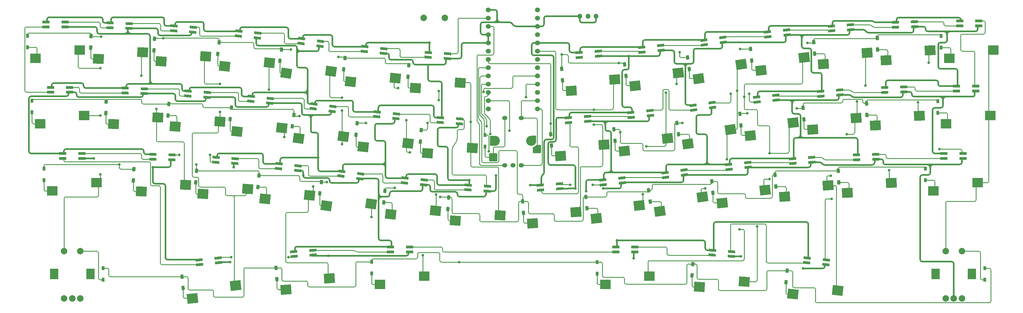
<source format=gbr>
G04 #@! TF.GenerationSoftware,KiCad,Pcbnew,(6.0.11-0)*
G04 #@! TF.CreationDate,2023-08-21T21:01:56+09:00*
G04 #@! TF.ProjectId,SYMMETRIA,53594d4d-4554-4524-9941-2e6b69636164,rev?*
G04 #@! TF.SameCoordinates,Original*
G04 #@! TF.FileFunction,Copper,L2,Bot*
G04 #@! TF.FilePolarity,Positive*
%FSLAX46Y46*%
G04 Gerber Fmt 4.6, Leading zero omitted, Abs format (unit mm)*
G04 Created by KiCad (PCBNEW (6.0.11-0)) date 2023-08-21 21:01:56*
%MOMM*%
%LPD*%
G01*
G04 APERTURE LIST*
G04 Aperture macros list*
%AMRoundRect*
0 Rectangle with rounded corners*
0 $1 Rounding radius*
0 $2 $3 $4 $5 $6 $7 $8 $9 X,Y pos of 4 corners*
0 Add a 4 corners polygon primitive as box body*
4,1,4,$2,$3,$4,$5,$6,$7,$8,$9,$2,$3,0*
0 Add four circle primitives for the rounded corners*
1,1,$1+$1,$2,$3*
1,1,$1+$1,$4,$5*
1,1,$1+$1,$6,$7*
1,1,$1+$1,$8,$9*
0 Add four rect primitives between the rounded corners*
20,1,$1+$1,$2,$3,$4,$5,0*
20,1,$1+$1,$4,$5,$6,$7,0*
20,1,$1+$1,$6,$7,$8,$9,0*
20,1,$1+$1,$8,$9,$2,$3,0*%
%AMRotRect*
0 Rectangle, with rotation*
0 The origin of the aperture is its center*
0 $1 length*
0 $2 width*
0 $3 Rotation angle, in degrees counterclockwise*
0 Add horizontal line*
21,1,$1,$2,0,0,$3*%
%AMFreePoly0*
4,1,22,1.150000,1.217000,1.242000,1.125000,1.275000,1.000000,1.275000,-0.378000,1.255000,-0.477000,1.196000,-0.560000,1.110000,-0.613000,0.807000,-0.752000,0.530000,-0.939000,0.287000,-1.167000,0.203000,-1.228000,0.102000,-1.250000,-1.025000,-1.250000,-1.150000,-1.217000,-1.242000,-1.125000,-1.275000,-1.000000,-1.275000,1.000000,-1.242000,1.125000,-1.150000,1.217000,-1.025000,1.250000,
1.025000,1.250000,1.150000,1.217000,1.150000,1.217000,$1*%
G04 Aperture macros list end*
G04 #@! TA.AperFunction,SMDPad,CuDef*
%ADD10RotRect,3.300000X3.000000X354.000000*%
G04 #@! TD*
G04 #@! TA.AperFunction,SMDPad,CuDef*
%ADD11RotRect,1.300000X0.950000X96.000000*%
G04 #@! TD*
G04 #@! TA.AperFunction,SMDPad,CuDef*
%ADD12RotRect,2.200000X0.820000X176.000000*%
G04 #@! TD*
G04 #@! TA.AperFunction,SMDPad,CuDef*
%ADD13R,2.200000X0.820000*%
G04 #@! TD*
G04 #@! TA.AperFunction,SMDPad,CuDef*
%ADD14RotRect,3.300000X3.000000X8.000000*%
G04 #@! TD*
G04 #@! TA.AperFunction,ComponentPad*
%ADD15C,1.524000*%
G04 #@! TD*
G04 #@! TA.AperFunction,SMDPad,CuDef*
%ADD16R,3.300000X3.000000*%
G04 #@! TD*
G04 #@! TA.AperFunction,SMDPad,CuDef*
%ADD17R,0.950000X1.300000*%
G04 #@! TD*
G04 #@! TA.AperFunction,SMDPad,CuDef*
%ADD18RotRect,1.300000X0.950000X264.000000*%
G04 #@! TD*
G04 #@! TA.AperFunction,SMDPad,CuDef*
%ADD19RotRect,1.300000X0.950000X86.000000*%
G04 #@! TD*
G04 #@! TA.AperFunction,SMDPad,CuDef*
%ADD20RotRect,2.200000X0.820000X356.000000*%
G04 #@! TD*
G04 #@! TA.AperFunction,SMDPad,CuDef*
%ADD21RotRect,1.300000X0.950000X276.000000*%
G04 #@! TD*
G04 #@! TA.AperFunction,SMDPad,CuDef*
%ADD22RotRect,2.200000X0.820000X174.000000*%
G04 #@! TD*
G04 #@! TA.AperFunction,SMDPad,CuDef*
%ADD23RotRect,3.300000X3.000000X6.000000*%
G04 #@! TD*
G04 #@! TA.AperFunction,SMDPad,CuDef*
%ADD24RotRect,2.200000X0.820000X2.000000*%
G04 #@! TD*
G04 #@! TA.AperFunction,SMDPad,CuDef*
%ADD25RotRect,3.300000X3.000000X352.000000*%
G04 #@! TD*
G04 #@! TA.AperFunction,SMDPad,CuDef*
%ADD26RotRect,2.200000X0.820000X188.000000*%
G04 #@! TD*
G04 #@! TA.AperFunction,SMDPad,CuDef*
%ADD27RotRect,1.300000X0.950000X266.000000*%
G04 #@! TD*
G04 #@! TA.AperFunction,SMDPad,CuDef*
%ADD28RotRect,2.200000X0.820000X6.000000*%
G04 #@! TD*
G04 #@! TA.AperFunction,SMDPad,CuDef*
%ADD29RotRect,3.300000X3.000000X4.000000*%
G04 #@! TD*
G04 #@! TA.AperFunction,SMDPad,CuDef*
%ADD30RotRect,2.200000X0.820000X354.000000*%
G04 #@! TD*
G04 #@! TA.AperFunction,ComponentPad*
%ADD31C,2.000000*%
G04 #@! TD*
G04 #@! TA.AperFunction,ComponentPad*
%ADD32R,2.500000X3.200000*%
G04 #@! TD*
G04 #@! TA.AperFunction,SMDPad,CuDef*
%ADD33RotRect,3.300000X3.000000X356.000000*%
G04 #@! TD*
G04 #@! TA.AperFunction,SMDPad,CuDef*
%ADD34RotRect,3.300000X3.000000X2.000000*%
G04 #@! TD*
G04 #@! TA.AperFunction,SMDPad,CuDef*
%ADD35RotRect,1.300000X0.950000X92.000000*%
G04 #@! TD*
G04 #@! TA.AperFunction,SMDPad,CuDef*
%ADD36RotRect,2.200000X0.820000X4.000000*%
G04 #@! TD*
G04 #@! TA.AperFunction,SMDPad,CuDef*
%ADD37RotRect,1.300000X0.950000X94.000000*%
G04 #@! TD*
G04 #@! TA.AperFunction,SMDPad,CuDef*
%ADD38RotRect,1.300000X0.950000X262.000000*%
G04 #@! TD*
G04 #@! TA.AperFunction,SMDPad,CuDef*
%ADD39RotRect,2.200000X0.820000X172.000000*%
G04 #@! TD*
G04 #@! TA.AperFunction,SMDPad,CuDef*
%ADD40RotRect,1.300000X0.950000X268.000000*%
G04 #@! TD*
G04 #@! TA.AperFunction,SMDPad,CuDef*
%ADD41RotRect,2.200000X0.820000X178.000000*%
G04 #@! TD*
G04 #@! TA.AperFunction,SMDPad,CuDef*
%ADD42RotRect,2.200000X0.820000X184.000000*%
G04 #@! TD*
G04 #@! TA.AperFunction,SMDPad,CuDef*
%ADD43RotRect,2.200000X0.820000X186.000000*%
G04 #@! TD*
G04 #@! TA.AperFunction,SMDPad,CuDef*
%ADD44RotRect,1.300000X0.950000X98.000000*%
G04 #@! TD*
G04 #@! TA.AperFunction,ComponentPad*
%ADD45O,1.600000X1.300000*%
G04 #@! TD*
G04 #@! TA.AperFunction,SMDPad,CuDef*
%ADD46RoundRect,0.249600X0.550400X1.300400X-0.550400X1.300400X-0.550400X-1.300400X0.550400X-1.300400X0*%
G04 #@! TD*
G04 #@! TA.AperFunction,ComponentPad*
%ADD47C,3.100000*%
G04 #@! TD*
G04 #@! TA.AperFunction,SMDPad,CuDef*
%ADD48RoundRect,0.249600X0.550400X0.900400X-0.550400X0.900400X-0.550400X-0.900400X0.550400X-0.900400X0*%
G04 #@! TD*
G04 #@! TA.AperFunction,SMDPad,CuDef*
%ADD49RoundRect,0.250000X1.025000X1.000000X-1.025000X1.000000X-1.025000X-1.000000X1.025000X-1.000000X0*%
G04 #@! TD*
G04 #@! TA.AperFunction,SMDPad,CuDef*
%ADD50FreePoly0,180.000000*%
G04 #@! TD*
G04 #@! TA.AperFunction,SMDPad,CuDef*
%ADD51RotRect,2.200000X0.820000X8.000000*%
G04 #@! TD*
G04 #@! TA.AperFunction,SMDPad,CuDef*
%ADD52RotRect,3.300000X3.000000X358.000000*%
G04 #@! TD*
G04 #@! TA.AperFunction,SMDPad,CuDef*
%ADD53RotRect,1.300000X0.950000X84.000000*%
G04 #@! TD*
G04 #@! TA.AperFunction,SMDPad,CuDef*
%ADD54RotRect,2.200000X0.820000X352.000000*%
G04 #@! TD*
G04 #@! TA.AperFunction,SMDPad,CuDef*
%ADD55RotRect,2.200000X0.820000X182.000000*%
G04 #@! TD*
G04 #@! TA.AperFunction,ComponentPad*
%ADD56O,1.500000X1.500000*%
G04 #@! TD*
G04 #@! TA.AperFunction,SMDPad,CuDef*
%ADD57RotRect,1.300000X0.950000X274.000000*%
G04 #@! TD*
G04 #@! TA.AperFunction,SMDPad,CuDef*
%ADD58RotRect,2.200000X0.820000X358.000000*%
G04 #@! TD*
G04 #@! TA.AperFunction,ViaPad*
%ADD59C,0.800000*%
G04 #@! TD*
G04 #@! TA.AperFunction,Conductor*
%ADD60C,0.250000*%
G04 #@! TD*
G04 #@! TA.AperFunction,Conductor*
%ADD61C,0.500000*%
G04 #@! TD*
G04 APERTURE END LIST*
D10*
X139069905Y-59784604D03*
X125278904Y-60889102D03*
D11*
X206215238Y-39038376D03*
X205844162Y-35507824D03*
D12*
X66958169Y-25139391D03*
X72843796Y-25550955D03*
X72948431Y-24054609D03*
X67062804Y-23643045D03*
D13*
X208986800Y-91693200D03*
X203086800Y-91693200D03*
X203086800Y-93193200D03*
X208986800Y-93193200D03*
D14*
X238436164Y-55582052D03*
X225322017Y-59990087D03*
D13*
X32781700Y-64425800D03*
X38681700Y-64425800D03*
X38681700Y-62925800D03*
X32781700Y-62925800D03*
X313916000Y-42196000D03*
X308016000Y-42196000D03*
X308016000Y-43696000D03*
X313916000Y-43696000D03*
D15*
X163793600Y-21240700D03*
X163793600Y-23780700D03*
X163793600Y-26320700D03*
X163793600Y-28860700D03*
X163793600Y-31400700D03*
X163793600Y-33940700D03*
X163793600Y-36480700D03*
X163793600Y-39020700D03*
X163793600Y-41560700D03*
X163793600Y-44100700D03*
X163793600Y-46640700D03*
X163793600Y-49180700D03*
X179013600Y-49180700D03*
X179013600Y-46640700D03*
X179013600Y-44100700D03*
X179013600Y-41560700D03*
X179013600Y-39020700D03*
X179013600Y-36480700D03*
X179013600Y-33940700D03*
X179013600Y-31400700D03*
X179013600Y-28860700D03*
X179013600Y-26320700D03*
X179013600Y-23780700D03*
X179013600Y-21240700D03*
X179013600Y-18700700D03*
X163793600Y-18700700D03*
D16*
X37990000Y-31130000D03*
X24390000Y-33670000D03*
D17*
X197330100Y-99885700D03*
X197330100Y-96335700D03*
D18*
X119689938Y-33510224D03*
X119318862Y-37040776D03*
D19*
X226599082Y-100469776D03*
X226846718Y-96928424D03*
D17*
X45243800Y-98237500D03*
X45243800Y-101787500D03*
D20*
X238778931Y-93108809D03*
X232893304Y-92697245D03*
X232788669Y-94193591D03*
X238674296Y-94605155D03*
D21*
X69509262Y-100831024D03*
X69880338Y-104361576D03*
D22*
X99251564Y-67567432D03*
X105119244Y-68184150D03*
X105276036Y-66692368D03*
X99408356Y-66075650D03*
D23*
X218994272Y-58227129D03*
X205734276Y-62174802D03*
D24*
X291783229Y-42432703D03*
X285886822Y-42638611D03*
X285939171Y-44137697D03*
X291835578Y-43931789D03*
D16*
X43168800Y-71940000D03*
X29568800Y-74480000D03*
D25*
X115427631Y-37576731D03*
X101606485Y-38199258D03*
D26*
X230416689Y-29509662D03*
X236259271Y-28688540D03*
X236050511Y-27203138D03*
X230207929Y-28024260D03*
D27*
X65441018Y-47672424D03*
X65193382Y-51213776D03*
D17*
X162831500Y-57264900D03*
X162831500Y-60814900D03*
D27*
X73992518Y-68236524D03*
X73744882Y-71777876D03*
D28*
X213591944Y-49733450D03*
X207724264Y-50350168D03*
X207881056Y-51841950D03*
X213748736Y-51225232D03*
D29*
X280460924Y-31961030D03*
X267071234Y-35443530D03*
X202782024Y-40111030D03*
X189392334Y-43593530D03*
D30*
X267937536Y-95676468D03*
X262069856Y-95059750D03*
X261913064Y-96551532D03*
X267780744Y-97168250D03*
D31*
X33218800Y-107512500D03*
X38218800Y-107512500D03*
X35718800Y-107512500D03*
D32*
X30118800Y-100012500D03*
X41318800Y-100012500D03*
D31*
X38218800Y-93012500D03*
X33218800Y-93012500D03*
D33*
X242621881Y-102413401D03*
X228877828Y-103998526D03*
D16*
X319393800Y-31130000D03*
X305793800Y-33670000D03*
X318400000Y-51205000D03*
X304800000Y-53745000D03*
D23*
X257762372Y-53473129D03*
X244502376Y-57420802D03*
D33*
X81174581Y-53078401D03*
X67430528Y-54663526D03*
D34*
X299887202Y-31208427D03*
X286384132Y-34221513D03*
D35*
X280438547Y-51029719D03*
X280314653Y-47481881D03*
D11*
X241653738Y-54301376D03*
X241282662Y-50770824D03*
D10*
X96423905Y-34949604D03*
X82632904Y-36054102D03*
D36*
X109806696Y-92697445D03*
X103921069Y-93109009D03*
X104025704Y-94605355D03*
X109911331Y-94193791D03*
D25*
X127756531Y-78391731D03*
X113935385Y-79014258D03*
D37*
X186666618Y-40409176D03*
X186418982Y-36867824D03*
D38*
X100131032Y-30886874D03*
X99636968Y-34402326D03*
D17*
X316706300Y-101787500D03*
X316706300Y-98237500D03*
D10*
X135215805Y-39704604D03*
X121424804Y-40809102D03*
D39*
X106145429Y-29054540D03*
X111988011Y-29875662D03*
X112196771Y-28390260D03*
X106354189Y-27569138D03*
D16*
X213471200Y-100710000D03*
X199871200Y-103250000D03*
D40*
X54690347Y-67711081D03*
X54566453Y-71258919D03*
D17*
X23312600Y-46700000D03*
X23312600Y-50250000D03*
D18*
X84718538Y-48803024D03*
X84347462Y-52333576D03*
D12*
X79902469Y-65594091D03*
X85788096Y-66005655D03*
X85892731Y-64509309D03*
X80007104Y-64097745D03*
D28*
X80622244Y-95057650D03*
X74754564Y-95674368D03*
X74911356Y-97166150D03*
X80779036Y-96549432D03*
D13*
X27600900Y-23985100D03*
X33500900Y-23985100D03*
X33500900Y-22485100D03*
X27600900Y-22485100D03*
D18*
X123487138Y-53632324D03*
X123116062Y-57162876D03*
D41*
X60502322Y-64667989D03*
X66398729Y-64873897D03*
X66451078Y-63374811D03*
X60554671Y-63168903D03*
D11*
X244931938Y-34293876D03*
X244560862Y-30763324D03*
D20*
X77302031Y-44129409D03*
X71416404Y-43717845D03*
X71311769Y-45214191D03*
X77197396Y-45625755D03*
D23*
X249119972Y-74207129D03*
X235859976Y-78154802D03*
D29*
X199471924Y-60189030D03*
X186082234Y-63671530D03*
D23*
X210351972Y-78965129D03*
X197091976Y-82912802D03*
D42*
X269574704Y-25196055D03*
X275460331Y-24784491D03*
X275355696Y-23288145D03*
X269470069Y-23699709D03*
D33*
X89731381Y-73813401D03*
X75987328Y-75398526D03*
D27*
X143147518Y-55728524D03*
X142899882Y-59269876D03*
D10*
X108834905Y-75764604D03*
X95043904Y-76869102D03*
D43*
X238009656Y-67808650D03*
X243877336Y-67191932D03*
X243720544Y-65700150D03*
X237852864Y-66316868D03*
D34*
X296577602Y-51283427D03*
X283074532Y-54296513D03*
D27*
X151672218Y-76443624D03*
X151424582Y-79984976D03*
D28*
X252356744Y-44982250D03*
X246489064Y-45598968D03*
X246645856Y-47090750D03*
X252513536Y-46474032D03*
D17*
X127891700Y-96265100D03*
X127891700Y-99815100D03*
D37*
X174694818Y-81228876D03*
X174447182Y-77687524D03*
D40*
X41514247Y-26741881D03*
X41390353Y-30289719D03*
D44*
X225683532Y-36925726D03*
X225189468Y-33410274D03*
D37*
X264308918Y-32215576D03*
X264061282Y-28674224D03*
D12*
X157575669Y-74114891D03*
X163461296Y-74526455D03*
X163565931Y-73030109D03*
X157680304Y-72618545D03*
D17*
X21890600Y-26650000D03*
X21890600Y-30200000D03*
D22*
X125628864Y-31506032D03*
X131496544Y-32122750D03*
X131653336Y-30630968D03*
X125785656Y-30014250D03*
D45*
X168950000Y-66539900D03*
X173950000Y-66539900D03*
X171450000Y-66539900D03*
D46*
X165100000Y-59039900D03*
D47*
X165900000Y-59039900D03*
X177000000Y-59039900D03*
D48*
X177800000Y-58639900D03*
D45*
X168950000Y-52039900D03*
D49*
X165360000Y-64119900D03*
D45*
X173950000Y-52039900D03*
D50*
X178810000Y-61579900D03*
D41*
X47301322Y-24219389D03*
X53197729Y-24425297D03*
X53250078Y-22926211D03*
X47353671Y-22720303D03*
D51*
X232739311Y-47281738D03*
X226896729Y-48102860D03*
X227105489Y-49588262D03*
X232948071Y-48767140D03*
D16*
X314520000Y-71940000D03*
X300920000Y-74480000D03*
D38*
X103935632Y-51036174D03*
X103441568Y-54551626D03*
D23*
X261072472Y-33392129D03*
X247812476Y-37339802D03*
D30*
X135517236Y-50720268D03*
X129649556Y-50103550D03*
X129492764Y-51595332D03*
X135360444Y-52212050D03*
D23*
X222304472Y-38147129D03*
X209044476Y-42094802D03*
D52*
X62074221Y-51803430D03*
X48393861Y-53867249D03*
X70621521Y-72538430D03*
X56941161Y-74602249D03*
D33*
X158893381Y-61228401D03*
X145149328Y-62813526D03*
D29*
X114908824Y-101374030D03*
X101519134Y-104856530D03*
D10*
X100237005Y-55030604D03*
X86446004Y-56135102D03*
D14*
X229793664Y-76318052D03*
X216679517Y-80726087D03*
D31*
X304681300Y-107512500D03*
X309681300Y-107512500D03*
X307181300Y-107512500D03*
D32*
X312781300Y-100012500D03*
X301581300Y-100012500D03*
D31*
X309681300Y-93012500D03*
X304681300Y-93012500D03*
D10*
X271459305Y-105114604D03*
X257668304Y-106219102D03*
D13*
X34916400Y-42562700D03*
X29016400Y-42562700D03*
X29016400Y-44062700D03*
X34916400Y-44062700D03*
D22*
X86846964Y-26752932D03*
X92714644Y-27369650D03*
X92871436Y-25877868D03*
X87003756Y-25261150D03*
D53*
X255524762Y-102553576D03*
X255895838Y-99023024D03*
D34*
X287935102Y-72018427D03*
X274432032Y-75031513D03*
D10*
X147577405Y-80522604D03*
X133786404Y-81627102D03*
D38*
X112432932Y-71701874D03*
X111938868Y-75217326D03*
D33*
X167435081Y-81968401D03*
X153691028Y-83553526D03*
D44*
X222398232Y-57017926D03*
X221904168Y-53502474D03*
D42*
X179948604Y-74155455D03*
X185834231Y-73743891D03*
X185729596Y-72247545D03*
X179843969Y-72659109D03*
D27*
X61085118Y-27613524D03*
X60837482Y-31154876D03*
D42*
X191887604Y-33336455D03*
X197773231Y-32924891D03*
X197668596Y-31428545D03*
X191782969Y-31840109D03*
D54*
X115983671Y-48465760D03*
X110141089Y-47644638D03*
X109932329Y-49130040D03*
X115774911Y-49951162D03*
D29*
X268508424Y-72774030D03*
X255118734Y-76256530D03*
D43*
X249959256Y-27006650D03*
X255826936Y-26389932D03*
X255670144Y-24898150D03*
X249802464Y-25514868D03*
D36*
X272049696Y-43364045D03*
X266164069Y-43775609D03*
X266268704Y-45271955D03*
X272154331Y-44860391D03*
D12*
X145293669Y-33307991D03*
X151179296Y-33719555D03*
X151283931Y-32223209D03*
X145398304Y-31811645D03*
D37*
X252380418Y-73083176D03*
X252132782Y-69541824D03*
D11*
X202856438Y-59030376D03*
X202485362Y-55499824D03*
D55*
X277293071Y-64869897D03*
X283189478Y-64663989D03*
X283137129Y-63164903D03*
X277240722Y-63370811D03*
D13*
X309006400Y-23615900D03*
X314906400Y-23615900D03*
X314906400Y-22115900D03*
X309006400Y-22115900D03*
D27*
X139350018Y-35766124D03*
X139102382Y-39307476D03*
D30*
X96681436Y-45956368D03*
X90813756Y-45339650D03*
X90656964Y-46831432D03*
X96524644Y-47448150D03*
D16*
X39406300Y-51205000D03*
X25806300Y-53745000D03*
D44*
X213690032Y-77747226D03*
X213195968Y-74231774D03*
D13*
X304134300Y-64419800D03*
X310034300Y-64419800D03*
X310034300Y-62919800D03*
X304134300Y-62919800D03*
D56*
X194529100Y-20640400D03*
X197029100Y-20640400D03*
X192029100Y-20640400D03*
D23*
X86026072Y-103557129D03*
X72766076Y-107504802D03*
D57*
X98506482Y-98103224D03*
X98754118Y-101644576D03*
D18*
X132012138Y-74480224D03*
X131641062Y-78010776D03*
D40*
X46165347Y-46908781D03*
X46041453Y-50456619D03*
D37*
X261025318Y-52399276D03*
X260777682Y-48857924D03*
D55*
X289241671Y-24064197D03*
X295138078Y-23858289D03*
X295085729Y-22359203D03*
X289189322Y-22565111D03*
D25*
X119225031Y-57655731D03*
X105403885Y-58278258D03*
D35*
X283752347Y-30919919D03*
X283628453Y-27372081D03*
D43*
X199239456Y-72584250D03*
X205107136Y-71967532D03*
X204950344Y-70475750D03*
X199082664Y-71092468D03*
D17*
X27019400Y-67585000D03*
X27019400Y-71135000D03*
D20*
X155024931Y-52289509D03*
X149139304Y-51877945D03*
X149034669Y-53374291D03*
X154920296Y-53785855D03*
D17*
X298417300Y-71171400D03*
X298417300Y-67621400D03*
D29*
X277150824Y-52039030D03*
X263761134Y-55521530D03*
D17*
X303317300Y-30333800D03*
X303317300Y-26783800D03*
D13*
X139611700Y-91702300D03*
X133711700Y-91702300D03*
X133711700Y-93202300D03*
X139611700Y-93202300D03*
D11*
X233031838Y-75012476D03*
X232660762Y-71481924D03*
D58*
X57895178Y-43001411D03*
X51998771Y-42795503D03*
X51946422Y-44294589D03*
X57842829Y-44500497D03*
D37*
X183297018Y-60505176D03*
X183049382Y-56963824D03*
D16*
X144095800Y-100710000D03*
X130495800Y-103250000D03*
D33*
X76821481Y-33000401D03*
X63077428Y-34585526D03*
D39*
X118467629Y-69870740D03*
X124310211Y-70691862D03*
X124518971Y-69206460D03*
X118676389Y-68385338D03*
D35*
X271762247Y-71806819D03*
X271638353Y-68258981D03*
D36*
X194368296Y-51509145D03*
X188482669Y-51920709D03*
X188587304Y-53417055D03*
X194472931Y-53005491D03*
D18*
X80921338Y-28748024D03*
X80550262Y-32278576D03*
D43*
X211193856Y-31756250D03*
X217061536Y-31139532D03*
X216904744Y-29647750D03*
X211037064Y-30264468D03*
D14*
X241746164Y-35503052D03*
X228632017Y-39911087D03*
D11*
X194229038Y-79811676D03*
X193857962Y-76281124D03*
D18*
X93243538Y-69713624D03*
X92872462Y-73244176D03*
D17*
X302286800Y-50413700D03*
X302286800Y-46863700D03*
D52*
X57422021Y-31728430D03*
X43741661Y-33792249D03*
D22*
X138037364Y-71962432D03*
X143905044Y-72579150D03*
X144061836Y-71087368D03*
X138194156Y-70470650D03*
D42*
X257621904Y-66006755D03*
X263507531Y-65595191D03*
X263402896Y-64098845D03*
X257517269Y-64510409D03*
D31*
X150476000Y-21200200D03*
X143976000Y-21200200D03*
D29*
X190829524Y-80929030D03*
X177439834Y-84411530D03*
D26*
X218464389Y-70318662D03*
X224306971Y-69497540D03*
X224098211Y-68012138D03*
X218255629Y-68833260D03*
D33*
X155159381Y-41150401D03*
X141415328Y-42735526D03*
D59*
X222721519Y-31769450D03*
X241406577Y-30784648D03*
X103037826Y-30886900D03*
X204051339Y-35053872D03*
X186418888Y-32479027D03*
X44581907Y-26945184D03*
X262140188Y-28882312D03*
X63739400Y-27431653D03*
X117714700Y-33165605D03*
X183068467Y-53707478D03*
X204459142Y-56367187D03*
X126179956Y-53491200D03*
X223639300Y-53501100D03*
X243592009Y-50576521D03*
X258821727Y-49032028D03*
X105674961Y-51392811D03*
X145104296Y-53566129D03*
X50175979Y-66270000D03*
X114144907Y-71754903D03*
X149018651Y-76298400D03*
X73883200Y-66270000D03*
X135049859Y-73491019D03*
X154846341Y-96335700D03*
X163974187Y-62278212D03*
X166189300Y-69677700D03*
X106857200Y-69713600D03*
X199203615Y-73701075D03*
X42318880Y-64425841D03*
X190633455Y-73701075D03*
X203436800Y-89710300D03*
X60525823Y-67148289D03*
X207136641Y-32949300D03*
X85438900Y-67148289D03*
X145747500Y-28824903D03*
X208636800Y-95169100D03*
X193956933Y-74550575D03*
X114562341Y-94377691D03*
X84361026Y-96346767D03*
X241625184Y-94583386D03*
X158029500Y-71176000D03*
X176772463Y-72631252D03*
X260773299Y-98338400D03*
X111459800Y-64227700D03*
X68642400Y-63337900D03*
X78155600Y-63337900D03*
X102290240Y-94846299D03*
X84650297Y-94858336D03*
X302780500Y-61609900D03*
X269547473Y-76882400D03*
X195970712Y-72547700D03*
X189059503Y-72547700D03*
X244217663Y-44562581D03*
X238501600Y-44566317D03*
X196379000Y-54015100D03*
X44330400Y-36704971D03*
X44330400Y-69368553D03*
X196379000Y-49440900D03*
X44330400Y-51203074D03*
X163293402Y-54571976D03*
X164412000Y-56882000D03*
X61624500Y-49176570D03*
X212552400Y-60726251D03*
X218546700Y-44177421D03*
X56972300Y-38930000D03*
X221856900Y-41502300D03*
X211380900Y-75453400D03*
X241209700Y-86252500D03*
X240417100Y-43606767D03*
X81224300Y-50148500D03*
X237331000Y-64722800D03*
X81224300Y-41495500D03*
X230661435Y-73712488D03*
X242643800Y-45513400D03*
X96301400Y-43295300D03*
X109874200Y-73123405D03*
X246599000Y-85335000D03*
X250435107Y-70766731D03*
X162419800Y-43979000D03*
X100966008Y-57854425D03*
X250435107Y-62816573D03*
X274250893Y-56989049D03*
X118779400Y-49696130D03*
X118779400Y-60040400D03*
X127882400Y-82490000D03*
X280012000Y-41982700D03*
X143645800Y-94219600D03*
X175405400Y-45525600D03*
X277404415Y-46957182D03*
X269316562Y-69781491D03*
X118779400Y-45704203D03*
X138639979Y-52668418D03*
X299437500Y-34970000D03*
X136099668Y-42773144D03*
X147719000Y-75573200D03*
X296127900Y-47136700D03*
X148589792Y-43710500D03*
X287302600Y-68096946D03*
X139662500Y-62549300D03*
X148571008Y-46526288D03*
X158444500Y-53197823D03*
X170313300Y-55875100D03*
D60*
X205844200Y-35056600D02*
X205844200Y-35507800D01*
X63739400Y-27431653D02*
X63783091Y-27387962D01*
X303317300Y-26783800D02*
X303317300Y-26366284D01*
X186418888Y-32479027D02*
X186419000Y-32479139D01*
X186418888Y-32479027D02*
X187971969Y-32479027D01*
X80921300Y-28748000D02*
X80921300Y-28713100D01*
X222721519Y-31769450D02*
X222721555Y-32950409D01*
X188431945Y-32939003D02*
X188431945Y-34595826D01*
X283628500Y-27519000D02*
X264520950Y-27519000D01*
X63783091Y-27387962D02*
X80461537Y-27387962D01*
X80921300Y-28713100D02*
X91150239Y-28713100D01*
X283628500Y-26825481D02*
X283628500Y-27519000D01*
X204051339Y-35053872D02*
X205390210Y-35053872D01*
X44581907Y-26945184D02*
X41717550Y-26945184D01*
X63739400Y-27431653D02*
X63557553Y-27613500D01*
X80921300Y-27847725D02*
X80921300Y-28713100D01*
X91609600Y-29172461D02*
X91609600Y-30242196D01*
X138861647Y-35277753D02*
X132551191Y-35277753D01*
X241427901Y-30763324D02*
X244560862Y-30763324D01*
X205827100Y-35056600D02*
X205844200Y-35056600D01*
X21890600Y-26397958D02*
X21890600Y-26650000D01*
X131631458Y-33510200D02*
X119689962Y-33510200D01*
X264061300Y-27978650D02*
X264061300Y-28674200D01*
X117714700Y-33165605D02*
X119345319Y-33165605D01*
X41514200Y-26741900D02*
X41514200Y-26294618D01*
X63739400Y-27431653D02*
X61266989Y-27431653D01*
X186419000Y-32479139D02*
X186419000Y-35056600D01*
X241406577Y-30784648D02*
X241427925Y-30763300D01*
X92069170Y-30701766D02*
X99945924Y-30701766D01*
X103037798Y-30886872D02*
X100130791Y-30886872D01*
X41054537Y-25834955D02*
X22453603Y-25834955D01*
X186419000Y-36867800D02*
X186419000Y-35056600D01*
X303317300Y-26366284D02*
X284087697Y-26366284D01*
X223181460Y-33410300D02*
X225189500Y-33410300D01*
X188892719Y-35056600D02*
X204048611Y-35056600D01*
X262140188Y-28882312D02*
X263853194Y-28882312D01*
X103037826Y-30886900D02*
X103037798Y-30886872D01*
X132091400Y-34817962D02*
X132091400Y-33970142D01*
X223181460Y-33410345D02*
G75*
G02*
X222721555Y-32950409I40J459945D01*
G01*
X21890555Y-26397958D02*
G75*
G02*
X22453603Y-25834955I563045J-42D01*
G01*
X205844128Y-35507824D02*
G75*
G03*
X205390210Y-35053872I-453928J24D01*
G01*
X138861647Y-35277682D02*
G75*
G02*
X139350018Y-35766124I-47J-488418D01*
G01*
X241427901Y-30763277D02*
G75*
G03*
X241406577Y-30784648I-1J-21323D01*
G01*
X132091447Y-34817962D02*
G75*
G03*
X132551191Y-35277753I459753J-38D01*
G01*
X204051300Y-35053872D02*
G75*
G02*
X204048611Y-35056600I-2700J-28D01*
G01*
X100131034Y-30886874D02*
G75*
G03*
X99945924Y-30701766I-185134J-26D01*
G01*
X119689965Y-33510214D02*
G75*
G02*
X119689962Y-33510200I35J14D01*
G01*
X100131013Y-30886864D02*
G75*
G02*
X100130792Y-30886872I-113J64D01*
G01*
X264061300Y-27978650D02*
G75*
G02*
X264520950Y-27519000I459600J50D01*
G01*
X92069170Y-30701800D02*
G75*
G02*
X91609600Y-30242196I30J459600D01*
G01*
X61085153Y-27613524D02*
G75*
G02*
X61266989Y-27431653I181847J24D01*
G01*
X41054537Y-25834900D02*
G75*
G02*
X41514200Y-26294618I-37J-459700D01*
G01*
X80921238Y-27847725D02*
G75*
G03*
X80461537Y-27387962I-459738J25D01*
G01*
X131631458Y-33510200D02*
G75*
G02*
X132091400Y-33970142I42J-459900D01*
G01*
X41514216Y-26741881D02*
G75*
G03*
X41717550Y-26945184I203284J-19D01*
G01*
X119689895Y-33510224D02*
G75*
G03*
X119345319Y-33165605I-344595J24D01*
G01*
X188431973Y-32939003D02*
G75*
G03*
X187971969Y-32479027I-459973J3D01*
G01*
X283628484Y-26825481D02*
G75*
G02*
X284087697Y-26366284I459216J-19D01*
G01*
X264061312Y-28674224D02*
G75*
G02*
X263853194Y-28882312I-208112J24D01*
G01*
X188892719Y-35056555D02*
G75*
G02*
X188431945Y-34595826I-19J460755D01*
G01*
X91609600Y-29172461D02*
G75*
G03*
X91150239Y-28713100I-459400J-39D01*
G01*
X21890600Y-30200000D02*
X24380793Y-30200000D01*
X24840000Y-30659207D02*
X24840000Y-33670000D01*
X24840000Y-30659207D02*
G75*
G03*
X24380793Y-30200000I-459200J7D01*
G01*
X76368054Y-48803024D02*
X84718538Y-48803024D01*
X278720422Y-46232682D02*
X273418689Y-46232682D01*
X204459142Y-56367187D02*
X204459136Y-55959566D01*
X57092382Y-47213339D02*
X57092382Y-47213362D01*
X260777700Y-47830916D02*
X260777700Y-48857900D01*
X65529011Y-47584431D02*
X75449032Y-47584431D01*
X204459142Y-56367187D02*
X204459142Y-59331005D01*
X203591755Y-55499800D02*
X202485400Y-55499800D01*
X145104296Y-53566129D02*
X145104296Y-55268939D01*
X75908626Y-48087698D02*
X75908625Y-48343595D01*
X221654461Y-53502485D02*
X221904168Y-53502474D01*
X163793600Y-34736697D02*
X163793600Y-33940700D01*
X75908626Y-48087698D02*
X75908626Y-48044024D01*
X45461630Y-46205064D02*
X23807536Y-46205064D01*
X143147518Y-55728524D02*
X144644729Y-55728510D01*
X302286800Y-46863700D02*
X302286800Y-46411500D01*
X126179956Y-53491200D02*
X123628262Y-53491200D01*
X258821727Y-49032028D02*
X258822195Y-49031560D01*
X280314653Y-47481881D02*
X279639226Y-47481881D01*
X272499336Y-47371323D02*
X261237293Y-47371323D01*
X46563637Y-46212763D02*
X56633511Y-46212763D01*
X203591779Y-55499824D02*
X202485362Y-55499824D01*
X203591779Y-55499824D02*
X203999366Y-55499814D01*
X221194761Y-61624747D02*
X221194761Y-53962206D01*
X223639300Y-53501100D02*
X221904200Y-53501100D01*
X243592009Y-50576521D02*
X241476965Y-50576521D01*
X279179663Y-47022318D02*
X279179663Y-46691923D01*
X272958583Y-46692788D02*
X272958583Y-46912076D01*
X204918157Y-59790034D02*
X210931594Y-59790034D01*
X243592009Y-50576521D02*
X243397730Y-50770800D01*
X183068467Y-53707478D02*
X183049400Y-53726545D01*
X258822195Y-49031560D02*
X260638120Y-49031560D01*
X211390972Y-60249412D02*
X211390972Y-61624918D01*
X85185810Y-49270296D02*
X103476752Y-49270296D01*
X182609702Y-35196250D02*
X164253153Y-35196250D01*
X302286800Y-46411500D02*
X280774186Y-46411500D01*
X183068467Y-53707478D02*
X183068467Y-35655015D01*
X57092409Y-46671683D02*
X57092382Y-47213339D01*
X143147500Y-55522925D02*
X143147500Y-55728500D01*
X126179956Y-53491200D02*
X126038856Y-53632300D01*
X221904200Y-53501100D02*
X221904200Y-53502500D01*
X183049400Y-53726545D02*
X183049400Y-56963800D01*
X280314700Y-46870986D02*
X280314700Y-47481900D01*
X105674961Y-51392811D02*
X104292269Y-51392811D01*
X103935600Y-49729144D02*
X103935600Y-51036200D01*
X46165300Y-46611100D02*
X46563637Y-46212763D01*
X57551444Y-47672424D02*
X65441018Y-47672424D01*
X84718500Y-49193500D02*
X84795296Y-49270296D01*
X211849987Y-62083933D02*
X220735575Y-62083933D01*
X65529011Y-47584418D02*
G75*
G03*
X65441018Y-47672424I-11J-87982D01*
G01*
X221194833Y-61624747D02*
G75*
G02*
X220735575Y-62083933I-459233J47D01*
G01*
X163793650Y-34736697D02*
G75*
G03*
X164253153Y-35196250I459550J-3D01*
G01*
X211390966Y-60249412D02*
G75*
G03*
X210931594Y-59790034I-459366J12D01*
G01*
X260777723Y-47830916D02*
G75*
G02*
X261237293Y-47371323I459577J16D01*
G01*
X76368054Y-48803075D02*
G75*
G02*
X75908625Y-48343595I46J459475D01*
G01*
X75908569Y-48044024D02*
G75*
G03*
X75449032Y-47584431I-459569J24D01*
G01*
X279179619Y-47022318D02*
G75*
G03*
X279639226Y-47481881I459581J18D01*
G01*
X241282721Y-50770824D02*
G75*
G02*
X241476965Y-50576521I194279J24D01*
G01*
X204918157Y-59790034D02*
G75*
G02*
X204918154Y-59790031I43J34D01*
G01*
X57551444Y-47672418D02*
G75*
G02*
X57092382Y-47213362I-44J459018D01*
G01*
X45461630Y-46205053D02*
G75*
G02*
X46165347Y-46908781I-30J-703747D01*
G01*
X57092437Y-46671683D02*
G75*
G03*
X56633511Y-46212763I-458937J-17D01*
G01*
X272958582Y-46692788D02*
G75*
G02*
X273418689Y-46232682I460118J-12D01*
G01*
X272499336Y-47371383D02*
G75*
G03*
X272958583Y-46912076I-36J459283D01*
G01*
X182609702Y-35196233D02*
G75*
G02*
X183068467Y-35655015I-2J-458767D01*
G01*
X123487200Y-53632324D02*
G75*
G02*
X123628262Y-53491200I141100J24D01*
G01*
X221654461Y-53502461D02*
G75*
G03*
X221194761Y-53962206I39J-459739D01*
G01*
X85185810Y-49270262D02*
G75*
G02*
X84718538Y-48803024I-10J467262D01*
G01*
X260777704Y-48857924D02*
G75*
G02*
X260638120Y-49031559I-180804J2424D01*
G01*
X103935604Y-49729144D02*
G75*
G03*
X103476752Y-49270296I-458804J44D01*
G01*
X278720422Y-46232637D02*
G75*
G02*
X279179663Y-46691923I-22J-459263D01*
G01*
X103935689Y-51036174D02*
G75*
G03*
X104292269Y-51392811I356611J-26D01*
G01*
X280314700Y-46870986D02*
G75*
G02*
X280774186Y-46411500I459500J-14D01*
G01*
X144644729Y-55728496D02*
G75*
G03*
X145104296Y-55268939I-29J459596D01*
G01*
X203999366Y-55499864D02*
G75*
G02*
X204459136Y-55959566I34J-459736D01*
G01*
X211849987Y-62083928D02*
G75*
G02*
X211390972Y-61624918I13J459028D01*
G01*
X23312564Y-46700000D02*
G75*
G02*
X23807536Y-46205064I494936J0D01*
G01*
X204918154Y-59790058D02*
G75*
G02*
X204459142Y-59331005I46J459058D01*
G01*
X23312600Y-50250000D02*
X23312600Y-53284961D01*
X23772639Y-53745000D02*
X26256300Y-53745000D01*
X23772639Y-53745000D02*
G75*
G02*
X23312600Y-53284961I-39J460000D01*
G01*
X73883200Y-68236500D02*
X92784058Y-68236500D01*
X93243500Y-69713600D02*
X105277314Y-69713600D01*
X251270389Y-76227836D02*
X251270389Y-70001321D01*
X152655702Y-76902756D02*
X152655702Y-80961491D01*
X93243500Y-68695942D02*
X93243500Y-69713600D01*
X151526994Y-76298400D02*
X149018651Y-76298400D01*
X213857416Y-74231774D02*
X213195968Y-74231774D01*
X106196542Y-71464425D02*
X112432900Y-71464425D01*
X161779907Y-53524886D02*
X161779907Y-65236804D01*
X160775800Y-36940526D02*
X160775800Y-51832215D01*
X167483413Y-62014457D02*
X172240719Y-62014457D01*
X172700000Y-62473738D02*
X172700000Y-75016955D01*
X161018465Y-52418062D02*
X161535687Y-52935285D01*
X176182000Y-78147885D02*
X176182000Y-80986047D01*
X232660762Y-71961464D02*
X232660762Y-71481924D01*
X200330180Y-75821301D02*
X200330180Y-75149736D01*
X173175700Y-83445175D02*
X173175700Y-78146019D01*
X27019400Y-66729494D02*
X27019400Y-67585000D01*
X200788722Y-74691194D02*
X213069257Y-74691194D01*
X132012138Y-74480224D02*
X132012125Y-73949638D01*
X114144907Y-71754903D02*
X112485961Y-71754903D01*
X176640919Y-81444966D02*
X183658092Y-81444966D01*
X234939581Y-75312424D02*
X242565197Y-75312424D01*
X234480600Y-71941518D02*
X234480600Y-74853443D01*
X163793600Y-36480700D02*
X161235626Y-36480700D01*
X174447182Y-77687524D02*
X175721639Y-77687524D01*
X193036685Y-83298512D02*
X193036685Y-76739634D01*
X50175979Y-66270000D02*
X27478894Y-66270000D01*
X213195968Y-74548815D02*
X213195968Y-74231774D01*
X50635516Y-67711100D02*
X54690300Y-67711100D01*
X73883200Y-66270000D02*
X73883200Y-68236500D01*
X162239203Y-65696100D02*
X166564730Y-65696100D01*
X135049859Y-73491019D02*
X132470733Y-73491019D01*
X161199900Y-81879651D02*
X161199900Y-83445719D01*
X184117000Y-81903874D02*
X184117000Y-83298674D01*
X252132782Y-69541824D02*
X252132767Y-68719005D01*
X271638400Y-68259000D02*
X271638400Y-67515845D01*
X214316500Y-73772690D02*
X214316500Y-72880456D01*
X105736800Y-70173086D02*
X105736800Y-71004683D01*
X243484039Y-76687555D02*
X250810670Y-76687555D01*
X149018651Y-76298400D02*
X149018821Y-76298230D01*
X173634177Y-77687536D02*
X174447182Y-77687524D01*
X184576201Y-83757875D02*
X192577322Y-83757875D01*
X149163851Y-76443600D02*
X149018651Y-76298400D01*
X232660800Y-71481900D02*
X234020982Y-71481900D01*
X161659181Y-83905000D02*
X172715875Y-83905000D01*
X214775978Y-72420978D02*
X232201248Y-72420978D01*
X272097784Y-67056461D02*
X297852361Y-67056461D01*
X153115442Y-81421231D02*
X160741480Y-81421231D01*
X243024713Y-75771963D02*
X243024691Y-76228184D01*
X50175979Y-66270000D02*
X50175979Y-67251563D01*
X193495219Y-76281100D02*
X199870381Y-76281100D01*
X167023846Y-65236984D02*
X167023846Y-62474024D01*
X174447182Y-75935482D02*
X174447182Y-77687524D01*
X251729868Y-69541832D02*
X252132782Y-69541824D01*
X252592763Y-68259000D02*
X271638400Y-68259000D01*
X173158775Y-75475721D02*
X173987404Y-75475710D01*
X172699943Y-62473738D02*
G75*
G03*
X172240719Y-62014457I-459243J38D01*
G01*
X232660678Y-71961464D02*
G75*
G02*
X232201248Y-72420978I-459478J-36D01*
G01*
X50635516Y-67711121D02*
G75*
G02*
X50175979Y-67251563I-16J459521D01*
G01*
X234480600Y-71941518D02*
G75*
G03*
X234020982Y-71481900I-459600J18D01*
G01*
X200788722Y-74691180D02*
G75*
G03*
X200330180Y-75149736I-22J-458520D01*
G01*
X132012119Y-73949638D02*
G75*
G02*
X132470733Y-73491019I458581J38D01*
G01*
X200330200Y-75821301D02*
G75*
G02*
X199870381Y-76281100I-459800J1D01*
G01*
X243024676Y-75771963D02*
G75*
G03*
X242565197Y-75312424I-459476J63D01*
G01*
X161018476Y-52418051D02*
G75*
G02*
X160775800Y-51832215I585824J585851D01*
G01*
X234939581Y-75312400D02*
G75*
G02*
X234480600Y-74853443I19J459000D01*
G01*
X27019400Y-66729494D02*
G75*
G02*
X27478894Y-66270000I459500J-6D01*
G01*
X243484039Y-76687509D02*
G75*
G02*
X243024691Y-76228184I-39J459309D01*
G01*
X173175700Y-83445175D02*
G75*
G02*
X172715875Y-83905000I-459800J-25D01*
G01*
X174447190Y-75935482D02*
G75*
G03*
X173987404Y-75475710I-459790J-18D01*
G01*
X173634177Y-77687500D02*
G75*
G03*
X173175700Y-78146019I23J-458500D01*
G01*
X161199969Y-81879651D02*
G75*
G03*
X160741480Y-81421231I-458469J-49D01*
G01*
X160775800Y-36940526D02*
G75*
G02*
X161235626Y-36480700I459800J26D01*
G01*
X184576201Y-83757900D02*
G75*
G02*
X184117000Y-83298674I-1J459200D01*
G01*
X193036675Y-83298512D02*
G75*
G02*
X192577322Y-83757875I-459375J12D01*
G01*
X112432975Y-71701874D02*
G75*
G03*
X112195483Y-71464425I-237475J-26D01*
G01*
X213857416Y-74231800D02*
G75*
G03*
X214316500Y-73772690I-16J459100D01*
G01*
X176181976Y-78147885D02*
G75*
G03*
X175721639Y-77687524I-460376J-15D01*
G01*
X167483413Y-62014446D02*
G75*
G03*
X167023846Y-62474024I-13J-459554D01*
G01*
X161659181Y-83905000D02*
G75*
G02*
X161199900Y-83445719I19J459300D01*
G01*
X153115442Y-81421198D02*
G75*
G02*
X152655702Y-80961491I-42J459698D01*
G01*
X252592763Y-68258967D02*
G75*
G03*
X252132767Y-68719005I37J-460033D01*
G01*
X298417339Y-67621400D02*
G75*
G03*
X297852361Y-67056461I-564939J0D01*
G01*
X251270455Y-76227836D02*
G75*
G02*
X250810670Y-76687555I-459755J36D01*
G01*
X173158775Y-75475800D02*
G75*
G02*
X172700000Y-75016955I25J458800D01*
G01*
X251729868Y-69541789D02*
G75*
G03*
X251270389Y-70001321I32J-459511D01*
G01*
X213195951Y-74548815D02*
G75*
G03*
X213203802Y-74556649I7849J15D01*
G01*
X176640919Y-81444900D02*
G75*
G02*
X176182000Y-80986047I-19J458900D01*
G01*
X105736800Y-70173086D02*
G75*
G03*
X105277314Y-69713600I-459500J-14D01*
G01*
X193495219Y-76281085D02*
G75*
G03*
X193036685Y-76739634I-19J-458515D01*
G01*
X167023800Y-65236984D02*
G75*
G02*
X166564730Y-65696100I-459100J-16D01*
G01*
X184117034Y-81903874D02*
G75*
G03*
X183658092Y-81444966I-458934J-26D01*
G01*
X162239203Y-65696093D02*
G75*
G02*
X161779907Y-65236804I-3J459293D01*
G01*
X152655700Y-76902756D02*
G75*
G03*
X152196546Y-76443600I-459200J-44D01*
G01*
X93243500Y-68695942D02*
G75*
G03*
X92784058Y-68236500I-459400J42D01*
G01*
X161779921Y-53524886D02*
G75*
G03*
X161535686Y-52935286I-833821J-14D01*
G01*
X213203794Y-74556649D02*
G75*
G02*
X213069257Y-74691194I-134494J-51D01*
G01*
X149117051Y-76199951D02*
G75*
G03*
X149018651Y-76298400I49J-98449D01*
G01*
X106196542Y-71464400D02*
G75*
G02*
X105736800Y-71004683I-42J459700D01*
G01*
X151672205Y-76443624D02*
G75*
G03*
X151555914Y-76298231I-152005J-2376D01*
G01*
X272097784Y-67056400D02*
G75*
G03*
X271638400Y-67515845I16J-459400D01*
G01*
X112432997Y-71701874D02*
G75*
G03*
X112485961Y-71754903I53003J-26D01*
G01*
X151526994Y-76298382D02*
G75*
G02*
X151672218Y-76443624I6J-145218D01*
G01*
X214775978Y-72421000D02*
G75*
G03*
X214316500Y-72880456I22J-459500D01*
G01*
X30018800Y-74480000D02*
X27478935Y-74480000D01*
X27019400Y-74020465D02*
X27019400Y-71135000D01*
X27019400Y-74020465D02*
G75*
G03*
X27478935Y-74480000I459500J-35D01*
G01*
X163793600Y-39020700D02*
X161692685Y-39020700D01*
X250048745Y-99023000D02*
X257100253Y-99023000D01*
X199406058Y-100995403D02*
X205290291Y-100995403D01*
X162529114Y-56962514D02*
X162831500Y-57264900D01*
X127891700Y-96265100D02*
X127891700Y-95830810D01*
X127891700Y-96265100D02*
X123490394Y-96265100D01*
X148886900Y-93901356D02*
X148886900Y-95877128D01*
X163959061Y-57724314D02*
X163959061Y-62263086D01*
X149345472Y-96335700D02*
X197330100Y-96335700D01*
X100251300Y-101726215D02*
X100251300Y-98562888D01*
X161477687Y-51325715D02*
X162284698Y-52132726D01*
X88115209Y-107139336D02*
X79658870Y-107139336D01*
X264553100Y-104691008D02*
X264553100Y-108378661D01*
X205750409Y-101455539D02*
X205750361Y-102693105D01*
X142037800Y-94866403D02*
X142037800Y-93901799D01*
X99791612Y-98103200D02*
X98506506Y-98103200D01*
X46945723Y-100371183D02*
X46945723Y-98696630D01*
X162831500Y-57264900D02*
X163499647Y-57264900D01*
X226846718Y-96928424D02*
X227662441Y-96928436D01*
X249589100Y-104645721D02*
X249589100Y-99482645D01*
X161692685Y-39020700D02*
X161232800Y-39480585D01*
X71357900Y-104483447D02*
X71357900Y-101290209D01*
X78740585Y-104942824D02*
X71817277Y-104942824D01*
X122571815Y-103995460D02*
X108655981Y-103995460D01*
X88574500Y-98563089D02*
X88574500Y-106680045D01*
X318595438Y-108378594D02*
X318595438Y-98697146D01*
X107737325Y-102185598D02*
X100710683Y-102185598D01*
X316706300Y-98237500D02*
X318135792Y-98237500D01*
X206210143Y-103152905D02*
X224540369Y-103152905D01*
X162529114Y-52722799D02*
X162529114Y-56962514D01*
X79199700Y-106680166D02*
X79199700Y-105401939D01*
X257560159Y-99482906D02*
X257560159Y-103770379D01*
X123031000Y-96724494D02*
X123031000Y-103536275D01*
X128351410Y-95371100D02*
X141533103Y-95371100D01*
X224999967Y-102693307D02*
X224999967Y-97387654D01*
X108196300Y-103535779D02*
X108196300Y-102644573D01*
X198947031Y-96795922D02*
X198947031Y-100536376D01*
X142497699Y-93441900D02*
X148427444Y-93441900D01*
X258019380Y-104229600D02*
X264091692Y-104229600D01*
X70898691Y-100831000D02*
X47405540Y-100831000D01*
X235158121Y-105105033D02*
X249129788Y-105105033D01*
X161232800Y-39480585D02*
X161232800Y-50734506D01*
X265012139Y-108837700D02*
X318136332Y-108837700D01*
X45243800Y-98237500D02*
X46486593Y-98237500D01*
X98506458Y-98103200D02*
X89034389Y-98103200D01*
X234697442Y-102104534D02*
X234697442Y-104644354D01*
X225459197Y-96928424D02*
X226846718Y-96928424D01*
X197330100Y-96335700D02*
X198486809Y-96335700D01*
X228581013Y-101645200D02*
X234238108Y-101645200D01*
X228121518Y-97387518D02*
X228121518Y-101185705D01*
X318595400Y-108378594D02*
G75*
G02*
X318136332Y-108837700I-459100J-6D01*
G01*
X149345472Y-96335700D02*
G75*
G02*
X148886900Y-95877128I28J458600D01*
G01*
X99791612Y-98103200D02*
G75*
G02*
X100251300Y-98562888I-12J-459700D01*
G01*
X265012139Y-108837700D02*
G75*
G02*
X264553100Y-108378661I-39J459000D01*
G01*
X123030960Y-103536275D02*
G75*
G02*
X122571815Y-103995460I-459160J-25D01*
G01*
X264553100Y-104691008D02*
G75*
G03*
X264091692Y-104229600I-461400J8D01*
G01*
X235158121Y-105105058D02*
G75*
G02*
X234697442Y-104644354I-21J460658D01*
G01*
X205750397Y-101455539D02*
G75*
G03*
X205290291Y-100995403I-460097J39D01*
G01*
X46945700Y-100371183D02*
G75*
G03*
X47405540Y-100831000I459800J-17D01*
G01*
X249589133Y-104645721D02*
G75*
G02*
X249129788Y-105105033I-459333J21D01*
G01*
X250048745Y-99023000D02*
G75*
G03*
X249589100Y-99482645I-45J-459600D01*
G01*
X100251302Y-101726215D02*
G75*
G03*
X100710683Y-102185598I459398J15D01*
G01*
X163959000Y-57724314D02*
G75*
G03*
X163499647Y-57264900I-459400J14D01*
G01*
X108196340Y-103535779D02*
G75*
G03*
X108655981Y-103995460I459660J-21D01*
G01*
X142037800Y-94866403D02*
G75*
G02*
X141533103Y-95371100I-504700J3D01*
G01*
X98506470Y-98103200D02*
G75*
G03*
X98506482Y-98103224I30J0D01*
G01*
X46486593Y-98237477D02*
G75*
G02*
X46945723Y-98696630I7J-459123D01*
G01*
X228581013Y-101645182D02*
G75*
G02*
X228121518Y-101185705I-13J459482D01*
G01*
X199406058Y-100995469D02*
G75*
G02*
X198947031Y-100536376I42J459069D01*
G01*
X123031000Y-96724494D02*
G75*
G02*
X123490394Y-96265100I459400J-6D01*
G01*
X128351410Y-95371100D02*
G75*
G03*
X127891700Y-95830810I-10J-459700D01*
G01*
X142497699Y-93441900D02*
G75*
G03*
X142037800Y-93901799I1J-459900D01*
G01*
X88115209Y-107139300D02*
G75*
G03*
X88574500Y-106680045I-9J459300D01*
G01*
X88574500Y-98563089D02*
G75*
G02*
X89034389Y-98103200I459900J-11D01*
G01*
X225459197Y-96928467D02*
G75*
G03*
X224999967Y-97387654I3J-459233D01*
G01*
X70898691Y-100831000D02*
G75*
G02*
X71357900Y-101290209I9J-459200D01*
G01*
X162529107Y-52722799D02*
G75*
G03*
X162284698Y-52132726I-834507J-1D01*
G01*
X228121464Y-97387518D02*
G75*
G03*
X227662441Y-96928436I-459064J18D01*
G01*
X258019380Y-104229641D02*
G75*
G02*
X257560159Y-103770379I20J459241D01*
G01*
X161477689Y-51325713D02*
G75*
G02*
X161232800Y-50734506I591211J591213D01*
G01*
X225000005Y-102693307D02*
G75*
G02*
X224540369Y-103152905I-459605J7D01*
G01*
X234697400Y-102104534D02*
G75*
G03*
X234238108Y-101645200I-459300J34D01*
G01*
X163974187Y-62278239D02*
G75*
G02*
X163959061Y-62263086I13J15139D01*
G01*
X107737325Y-102185600D02*
G75*
G02*
X108196300Y-102644573I-25J-459000D01*
G01*
X148886900Y-93901356D02*
G75*
G03*
X148427444Y-93441900I-459500J-44D01*
G01*
X206210143Y-103152839D02*
G75*
G02*
X205750361Y-102693105I-43J459739D01*
G01*
X257560200Y-99482906D02*
G75*
G03*
X257100253Y-99023000I-459900J6D01*
G01*
X71357876Y-104483447D02*
G75*
G03*
X71817277Y-104942824I459424J47D01*
G01*
X318135792Y-98237462D02*
G75*
G02*
X318595438Y-98697146I8J-459638D01*
G01*
X79199764Y-106680166D02*
G75*
G03*
X79658870Y-107139336I459136J-34D01*
G01*
X198947000Y-96795922D02*
G75*
G03*
X198486809Y-96335700I-460200J22D01*
G01*
X78740585Y-104942800D02*
G75*
G02*
X79199700Y-105401939I15J-459100D01*
G01*
X98506496Y-98103205D02*
G75*
G03*
X98506506Y-98103200I4J5D01*
G01*
X43784657Y-93472160D02*
X43784657Y-101327890D01*
X38218800Y-93012500D02*
X43324997Y-93012500D01*
X44244267Y-101787500D02*
X45243800Y-101787500D01*
X43784700Y-93472160D02*
G75*
G03*
X43324997Y-93012500I-459700J-40D01*
G01*
X44244267Y-101787543D02*
G75*
G02*
X43784657Y-101327890I33J459643D01*
G01*
X44191400Y-33808000D02*
X41849530Y-33808000D01*
X41390400Y-33348870D02*
X41390400Y-30289700D01*
X41390400Y-33348870D02*
G75*
G03*
X41849530Y-33808000I459100J-30D01*
G01*
X46501140Y-53883000D02*
X48843600Y-53883000D01*
X46041500Y-50456600D02*
X46041500Y-53423360D01*
X46501140Y-53883000D02*
G75*
G02*
X46041500Y-53423360I-40J459600D01*
G01*
X54566500Y-71258900D02*
X54566500Y-74158722D01*
X55025778Y-74618000D02*
X57390900Y-74618000D01*
X55025778Y-74618000D02*
G75*
G02*
X54566500Y-74158722I22J459300D01*
G01*
X61296857Y-34616900D02*
X63526300Y-34616900D01*
X60837500Y-31154900D02*
X60837500Y-34157543D01*
X61296857Y-34616900D02*
G75*
G02*
X60837500Y-34157543I43J459400D01*
G01*
X67879400Y-51673004D02*
X67879400Y-54694900D01*
X65193400Y-51213800D02*
X67420196Y-51213800D01*
X67879400Y-51673004D02*
G75*
G03*
X67420196Y-51213800I-459200J4D01*
G01*
X74204359Y-75429900D02*
X76436200Y-75429900D01*
X73744900Y-71777900D02*
X73744900Y-74970441D01*
X74204359Y-75429900D02*
G75*
G02*
X73744900Y-74970441I41J459500D01*
G01*
X69880300Y-104361600D02*
X69880300Y-106998259D01*
X70339841Y-107457800D02*
X73213600Y-107457800D01*
X70339841Y-107457800D02*
G75*
G02*
X69880300Y-106998259I-41J459500D01*
G01*
X81009783Y-36101100D02*
X83080400Y-36101100D01*
X80550300Y-32278600D02*
X80550300Y-35641617D01*
X81009783Y-36101100D02*
G75*
G02*
X80550300Y-35641617I17J459500D01*
G01*
X84806942Y-56182100D02*
X86893500Y-56182100D01*
X84347500Y-52333600D02*
X84347500Y-55722658D01*
X84806942Y-56182100D02*
G75*
G02*
X84347500Y-55722658I-42J459400D01*
G01*
X95031966Y-73244200D02*
X92872500Y-73244200D01*
X95491400Y-76916100D02*
X95491400Y-73703634D01*
X95031966Y-73244200D02*
G75*
G02*
X95491400Y-73703634I34J-459400D01*
G01*
X98754118Y-101644576D02*
X98754097Y-104365786D01*
X101968038Y-104825140D02*
X101934682Y-104825140D01*
X101934682Y-104825140D02*
X99213430Y-104825125D01*
X98754075Y-104365786D02*
G75*
G03*
X99213430Y-104825125I459325J-14D01*
G01*
X99637000Y-34402300D02*
X99637000Y-37803111D01*
X100095789Y-38261900D02*
X102052100Y-38261900D01*
X100095789Y-38261900D02*
G75*
G02*
X99637000Y-37803111I11J458800D01*
G01*
X103441600Y-54551600D02*
X105390239Y-54551600D01*
X105849500Y-55010861D02*
X105849500Y-58340900D01*
X105849500Y-55010861D02*
G75*
G03*
X105390239Y-54551600I-459300J-39D01*
G01*
X111938900Y-75217300D02*
X111938900Y-78617633D01*
X112398167Y-79076900D02*
X114381000Y-79076900D01*
X112398167Y-79076900D02*
G75*
G02*
X111938900Y-78617633I33J459300D01*
G01*
X128351083Y-103250000D02*
X130945800Y-103250000D01*
X127891700Y-99815100D02*
X127891700Y-102790617D01*
X128351083Y-103250000D02*
G75*
G02*
X127891700Y-102790617I17J459400D01*
G01*
X119318900Y-37040800D02*
X119318900Y-40396429D01*
X119778571Y-40856100D02*
X121872300Y-40856100D01*
X119778571Y-40856100D02*
G75*
G02*
X119318900Y-40396429I29J459700D01*
G01*
X123575569Y-60936100D02*
X125726400Y-60936100D01*
X123116100Y-57162900D02*
X123116100Y-60476631D01*
X123575569Y-60936100D02*
G75*
G02*
X123116100Y-60476631I31J459500D01*
G01*
X134233900Y-78470336D02*
X134233900Y-81674100D01*
X131641100Y-78010800D02*
X133774364Y-78010800D01*
X134233900Y-78470336D02*
G75*
G03*
X133774364Y-78010800I-459500J36D01*
G01*
X139561755Y-42766900D02*
X141864200Y-42766900D01*
X139102400Y-39307500D02*
X139102400Y-42307545D01*
X139561755Y-42766900D02*
G75*
G02*
X139102400Y-42307545I45J459400D01*
G01*
X143359217Y-62844900D02*
X145598200Y-62844900D01*
X142899900Y-59269900D02*
X142899900Y-62385583D01*
X143359217Y-62844900D02*
G75*
G02*
X142899900Y-62385583I-17J459300D01*
G01*
X151883563Y-83584900D02*
X154139900Y-83584900D01*
X151424600Y-79985000D02*
X151424600Y-83125937D01*
X151883563Y-83584900D02*
G75*
G02*
X151424600Y-83125937I37J459000D01*
G01*
X165360000Y-64119900D02*
X165360000Y-61375795D01*
X162831500Y-60814900D02*
X162831500Y-63660257D01*
X168950000Y-60456563D02*
X168950000Y-52039900D01*
X162831500Y-60916100D02*
X162831500Y-60814900D01*
X165360000Y-64119900D02*
X163291143Y-64119900D01*
X165819695Y-60916100D02*
X168490463Y-60916100D01*
X165819695Y-60916100D02*
G75*
G03*
X165360000Y-61375795I5J-459700D01*
G01*
X168950000Y-60456563D02*
G75*
G02*
X168490463Y-60916100I-459500J-37D01*
G01*
X163291143Y-64119900D02*
G75*
G02*
X162831500Y-63660257I-43J459600D01*
G01*
X189841238Y-43562140D02*
X189819582Y-43562140D01*
X186666618Y-40409176D02*
X186666597Y-43102592D01*
X189819582Y-43562140D02*
X187126123Y-43562125D01*
X186666575Y-43102592D02*
G75*
G03*
X187126123Y-43562125I459525J-8D01*
G01*
X183297000Y-60505200D02*
X183297000Y-63181953D01*
X183755147Y-63640100D02*
X186531100Y-63640100D01*
X183755147Y-63640100D02*
G75*
G02*
X183297000Y-63181953I-47J458100D01*
G01*
X175154524Y-84380100D02*
X177888700Y-84380100D01*
X174694800Y-81228900D02*
X174694800Y-83920376D01*
X175154524Y-84380100D02*
G75*
G02*
X174694800Y-83920376I-24J459700D01*
G01*
X206215200Y-39038400D02*
X206215200Y-41589150D01*
X206673850Y-42047800D02*
X209492000Y-42047800D01*
X206673850Y-42047800D02*
G75*
G02*
X206215200Y-41589150I-50J458600D01*
G01*
X202856400Y-59030400D02*
X202856400Y-61668159D01*
X203316041Y-62127800D02*
X206181800Y-62127800D01*
X203316041Y-62127800D02*
G75*
G02*
X202856400Y-61668159I-41J459600D01*
G01*
X197539500Y-80270749D02*
X197539500Y-82865800D01*
X194229000Y-79811700D02*
X197080451Y-79811700D01*
X197539500Y-80270749D02*
G75*
G03*
X197080451Y-79811700I-459000J49D01*
G01*
X225683500Y-36925700D02*
X225683500Y-39387379D01*
X226144621Y-39848500D02*
X229077600Y-39848500D01*
X226144621Y-39848500D02*
G75*
G02*
X225683500Y-39387379I-21J461100D01*
G01*
X225767600Y-57477424D02*
X225767600Y-59927500D01*
X222398200Y-57017900D02*
X225308076Y-57017900D01*
X225767600Y-57477424D02*
G75*
G03*
X225308076Y-57017900I-459500J24D01*
G01*
X217125100Y-78206719D02*
X217125100Y-80663500D01*
X213690000Y-77747200D02*
X216665581Y-77747200D01*
X217125100Y-78206719D02*
G75*
G03*
X216665581Y-77747200I-459500J19D01*
G01*
X197790010Y-103250000D02*
X200321200Y-103250000D01*
X197330100Y-99885700D02*
X197330100Y-102790090D01*
X197790010Y-103250000D02*
G75*
G02*
X197330100Y-102790090I-10J459900D01*
G01*
X244931900Y-34293900D02*
X244931900Y-36833347D01*
X245391353Y-37292800D02*
X248260000Y-37292800D01*
X245391353Y-37292800D02*
G75*
G02*
X244931900Y-36833347I47J459500D01*
G01*
X242112509Y-57373764D02*
X244949911Y-57373764D01*
X241653738Y-54301376D02*
X241653718Y-56914969D01*
X242112509Y-57373782D02*
G75*
G02*
X241653718Y-56914969I-9J458782D01*
G01*
X233031838Y-75012476D02*
X233031818Y-77648733D01*
X236307511Y-78107764D02*
X233490845Y-78107764D01*
X233031736Y-77648733D02*
G75*
G03*
X233490845Y-78107764I459064J33D01*
G01*
X227058714Y-104029900D02*
X229326700Y-104029900D01*
X226599100Y-100469800D02*
X226599100Y-103570286D01*
X227058714Y-104029900D02*
G75*
G02*
X226599100Y-103570286I-14J459600D01*
G01*
X267520100Y-32675633D02*
X267520100Y-35412100D01*
X264308900Y-32215600D02*
X267060067Y-32215600D01*
X267520100Y-32675633D02*
G75*
G03*
X267060067Y-32215600I-460000J33D01*
G01*
X261025300Y-52399300D02*
X261025300Y-55030892D01*
X261484508Y-55490100D02*
X264210000Y-55490100D01*
X261484508Y-55490100D02*
G75*
G02*
X261025300Y-55030892I-8J459200D01*
G01*
X252380400Y-73083200D02*
X255107718Y-73083200D01*
X255567600Y-73543082D02*
X255567600Y-76225100D01*
X255567600Y-73543082D02*
G75*
G03*
X255107718Y-73083200I-459900J-18D01*
G01*
X255984366Y-106266100D02*
X258115800Y-106266100D01*
X255524800Y-102553600D02*
X255524800Y-105806534D01*
X255984366Y-106266100D02*
G75*
G02*
X255524800Y-105806534I34J459600D01*
G01*
X286833900Y-31379784D02*
X286833900Y-34205800D01*
X283752300Y-30919900D02*
X286374016Y-30919900D01*
X286833900Y-31379784D02*
G75*
G03*
X286374016Y-30919900I-459900J-16D01*
G01*
X280438500Y-51029700D02*
X283065666Y-51029700D01*
X283524300Y-51488334D02*
X283524300Y-54280800D01*
X283524300Y-51488334D02*
G75*
G03*
X283065666Y-51029700I-458600J34D01*
G01*
X274881800Y-72266621D02*
X274881800Y-75015800D01*
X271762200Y-71806800D02*
X274421979Y-71806800D01*
X274881800Y-72266621D02*
G75*
G03*
X274421979Y-71806800I-459800J21D01*
G01*
X306243800Y-30793545D02*
X306243800Y-33670000D01*
X303317300Y-30333800D02*
X305784055Y-30333800D01*
X306243800Y-30793545D02*
G75*
G03*
X305784055Y-30333800I-459700J45D01*
G01*
X302286800Y-50413700D02*
X304790720Y-50413700D01*
X305250000Y-50872980D02*
X305250000Y-53745000D01*
X305250000Y-50872980D02*
G75*
G03*
X304790720Y-50413700I-459300J-20D01*
G01*
X298417300Y-71171400D02*
X300910207Y-71171400D01*
X301370000Y-71631193D02*
X301370000Y-74480000D01*
X301370000Y-71631193D02*
G75*
G03*
X300910207Y-71171400I-459800J-7D01*
G01*
X315394571Y-93471959D02*
X315394571Y-101327821D01*
X316706300Y-101787500D02*
X315854250Y-101787500D01*
X309681300Y-93012500D02*
X314935112Y-93012500D01*
X315854250Y-101787529D02*
G75*
G02*
X315394571Y-101327821I50J459729D01*
G01*
X315394600Y-93471959D02*
G75*
G03*
X314935112Y-93012500I-459500J-41D01*
G01*
D61*
X275111184Y-24808906D02*
X279184504Y-24808906D01*
X223960400Y-71200684D02*
X223960400Y-69546300D01*
X63766835Y-72238260D02*
X61154424Y-72238260D01*
X143557000Y-73931270D02*
X143557000Y-72542600D01*
X263320400Y-37456236D02*
X263320400Y-31171342D01*
X91161800Y-45376200D02*
X91161800Y-44785333D01*
X91161839Y-45376235D02*
X88502568Y-45376235D01*
X225533105Y-35301500D02*
X226420968Y-35301500D01*
X223561222Y-35301500D02*
X225533105Y-35301500D01*
X52348600Y-42807700D02*
X52348600Y-42157415D01*
X309684300Y-65686357D02*
X309684300Y-64419800D01*
X261787739Y-84034600D02*
X233869677Y-84034600D01*
X107548981Y-36504558D02*
X105538463Y-36504558D01*
X260385567Y-29913309D02*
X260385567Y-27361844D01*
X130627929Y-48109691D02*
X146438000Y-48109691D01*
X308366000Y-37469546D02*
X308366000Y-42196000D01*
X52978315Y-41527700D02*
X58838123Y-41527700D01*
X305102129Y-26419255D02*
X305102132Y-26337239D01*
X221128000Y-34672459D02*
X221128000Y-31807893D01*
X104771200Y-68147600D02*
X106227749Y-68147600D01*
X52847942Y-24413082D02*
X52847942Y-25093631D01*
X314556400Y-24712553D02*
X314556400Y-23615900D01*
X181620891Y-20640400D02*
X192029100Y-20640400D01*
X61471345Y-24413082D02*
X52847942Y-24413082D01*
X122208526Y-47254979D02*
X122208510Y-49509777D01*
X111011900Y-31465600D02*
X107665600Y-31465600D01*
X192029100Y-20640400D02*
X192029100Y-22005894D01*
X235912700Y-30005943D02*
X235912700Y-28737300D01*
X166550564Y-19329586D02*
X166550564Y-21479806D01*
X106857200Y-69713600D02*
X106857200Y-69805086D01*
X206507511Y-37116765D02*
X205732878Y-37116765D01*
X133235109Y-32714856D02*
X133235119Y-33449124D01*
X203436800Y-89710300D02*
X203436800Y-91693200D01*
X107665600Y-31465600D02*
X105759278Y-31465600D01*
X130086600Y-71273414D02*
X130086600Y-75086180D01*
X204759042Y-73072968D02*
X204759053Y-72004117D01*
X227049534Y-34672934D02*
X227049534Y-31264296D01*
X156238484Y-28860700D02*
X163793600Y-28860700D01*
X246837100Y-44383147D02*
X246837100Y-45562400D01*
X197424100Y-32949300D02*
X207136641Y-32949300D01*
X299941200Y-66314900D02*
X300907344Y-66314900D01*
X165608983Y-22510700D02*
X167581458Y-22510700D01*
X231277336Y-92721660D02*
X233242451Y-92721660D01*
X190633455Y-73701075D02*
X190633455Y-67117002D01*
X227679230Y-30634600D02*
X235284043Y-30634600D01*
X91789633Y-44157500D02*
X107078732Y-44157500D01*
X204933287Y-71829883D02*
X223331201Y-71829883D01*
X141300809Y-35534361D02*
X145292681Y-35534361D01*
X297476225Y-96212500D02*
X306552274Y-96212500D01*
X294788291Y-23870504D02*
X297888443Y-23870504D01*
X111117225Y-46625386D02*
X121578938Y-46625386D01*
X304087878Y-25341468D02*
X304114603Y-25341467D01*
X42318880Y-64425841D02*
X42318839Y-64425800D01*
X199203615Y-73701075D02*
X204130931Y-73701075D01*
X131245920Y-76245500D02*
X131131023Y-76245502D01*
X149488451Y-51902360D02*
X147693585Y-51902360D01*
X104906378Y-32318500D02*
X104906378Y-30332296D01*
X266538686Y-65935974D02*
X266726210Y-66123498D01*
X302392100Y-29410687D02*
X302392100Y-36211348D01*
X220496224Y-31176117D02*
X216713453Y-31176117D01*
X274466695Y-26426500D02*
X261412638Y-26426500D01*
X145307622Y-35549302D02*
X145307622Y-40028578D01*
X259450223Y-26426500D02*
X255478900Y-26426500D01*
X104900865Y-91591321D02*
X133950721Y-91591321D01*
X162117087Y-26320700D02*
X163793600Y-26320700D01*
X299941200Y-66314900D02*
X298930416Y-66314900D01*
X134097447Y-74559475D02*
X142928795Y-74559475D01*
X39231507Y-42179702D02*
X39231518Y-41891676D01*
X145981458Y-40702414D02*
X148858624Y-40702414D01*
X260385567Y-29913309D02*
X260385567Y-27453571D01*
X43351672Y-24614347D02*
X43351666Y-25432673D01*
X302392100Y-41027508D02*
X302392100Y-41566544D01*
X161488438Y-23140260D02*
X161488438Y-25692051D01*
X306179916Y-25341468D02*
X306097962Y-25341467D01*
X262690858Y-30541800D02*
X261014058Y-30541800D01*
X92366600Y-29073146D02*
X92366600Y-27333100D01*
X185345162Y-51896300D02*
X188831800Y-51896300D01*
X263158384Y-65619606D02*
X265774902Y-65619606D01*
X299941200Y-68921209D02*
X299941200Y-67325684D01*
X29994909Y-41262500D02*
X38602366Y-41262500D01*
X204072900Y-89710300D02*
X230014019Y-89710300D01*
X147067144Y-51275919D02*
X147067144Y-48738835D01*
X221757041Y-35301500D02*
X223561222Y-35301500D01*
X243718400Y-68917334D02*
X243718400Y-67228500D01*
X108177612Y-43058626D02*
X108177614Y-42721209D01*
X131245920Y-76245500D02*
X131019315Y-76245500D01*
X182809317Y-59373400D02*
X183985888Y-59373400D01*
X108177614Y-45049324D02*
X108177614Y-42721209D01*
X69549270Y-42156193D02*
X69549267Y-43113279D01*
X188831800Y-51896300D02*
X188831800Y-50924259D01*
X154950570Y-76208264D02*
X162481810Y-76208264D01*
X172404100Y-23780700D02*
X179013600Y-23780700D01*
X114939600Y-71064772D02*
X114939600Y-71345975D01*
X205733608Y-48679201D02*
X207443618Y-48679201D01*
X299941200Y-68921209D02*
X299941200Y-67281044D01*
X104276782Y-29702700D02*
X92996154Y-29702700D01*
X223960400Y-69546300D02*
X243089434Y-69546300D01*
X131148461Y-32086165D02*
X132606410Y-32086165D01*
X304474871Y-28783104D02*
X303019683Y-28783104D01*
X129997639Y-50140135D02*
X129997639Y-48739981D01*
X207136641Y-32949300D02*
X216083575Y-32949300D01*
X205103800Y-37745843D02*
X205103800Y-48049393D01*
X105538463Y-36504558D02*
X105538461Y-36504556D01*
X150830100Y-33695100D02*
X154980255Y-33695100D01*
X305102129Y-28225529D02*
X305102129Y-26419255D01*
X134061700Y-90329340D02*
X134061700Y-91702300D01*
X307181300Y-96841526D02*
X307181300Y-107512500D01*
X163112100Y-74502000D02*
X165560697Y-74502000D01*
X263158400Y-66445000D02*
X263158400Y-65619600D01*
X150830100Y-34905221D02*
X150830100Y-33695100D01*
X306179916Y-25341468D02*
X313927485Y-25341468D01*
X33150900Y-23985100D02*
X42722430Y-23985100D01*
X208072337Y-49307913D02*
X208072347Y-50313583D01*
X298518853Y-24500902D02*
X298518854Y-24712885D01*
X162117998Y-22510700D02*
X165608983Y-22510700D01*
X305102129Y-26355719D02*
X305102130Y-26328992D01*
X122838864Y-50140135D02*
X129997639Y-50140135D01*
X163112100Y-75577974D02*
X163112100Y-74502000D01*
X265883655Y-38084801D02*
X263948992Y-38084822D01*
X131131023Y-76245502D02*
X132841031Y-76245502D01*
X266513200Y-43751200D02*
X247469047Y-43751200D01*
X224552400Y-36433650D02*
X224552400Y-47423912D01*
X216713500Y-32319375D02*
X216713500Y-31176100D01*
X262417900Y-95096300D02*
X262417900Y-84664761D01*
X75102600Y-95637800D02*
X65026286Y-95637800D01*
X225182588Y-48054100D02*
X227243300Y-48054100D01*
X254849409Y-28737251D02*
X235912677Y-28737251D01*
X42318839Y-64425800D02*
X38331700Y-64425800D01*
X304087878Y-25341468D02*
X306179916Y-25341468D01*
X108177614Y-47064037D02*
X108177614Y-45049324D01*
X62108840Y-25953455D02*
X62108840Y-25050577D01*
X85438900Y-67148289D02*
X85438900Y-65981200D01*
X243529253Y-67228517D02*
X262374883Y-67228517D01*
X39859499Y-42807718D02*
X52348558Y-42807718D01*
X190633455Y-73701075D02*
X188388533Y-73701075D01*
X163793600Y-28860700D02*
X163793600Y-26320700D01*
X146573598Y-74714500D02*
X153692599Y-74714500D01*
X167581458Y-22510700D02*
X170232918Y-22510700D01*
X104906378Y-35872473D02*
X104906378Y-32318500D01*
X130086600Y-75086180D02*
X130086600Y-77178215D01*
X130715570Y-89699488D02*
X133431848Y-89699488D01*
X189461359Y-50294700D02*
X208072300Y-50294700D01*
X301759918Y-40395326D02*
X286866285Y-40395326D01*
X255478900Y-26426500D02*
X255478900Y-28107760D01*
X60525823Y-71609659D02*
X60525823Y-67148289D01*
X233242500Y-84661777D02*
X233242500Y-89710300D01*
X64936700Y-26582153D02*
X67063403Y-26582153D01*
X70178246Y-43742260D02*
X71765551Y-43742260D01*
X110487683Y-47693349D02*
X108806926Y-47693349D01*
X110487683Y-47693349D02*
X110487688Y-47254918D01*
X107665600Y-31465600D02*
X106039682Y-31465600D01*
X204072900Y-89710300D02*
X203436800Y-89710300D01*
X308366000Y-42196000D02*
X303021556Y-42196000D01*
X58838123Y-41527700D02*
X60807022Y-41527700D01*
X64397014Y-95008528D02*
X64397014Y-72868439D01*
X266513216Y-43751194D02*
X266513216Y-38714356D01*
X71765600Y-43227930D02*
X71765600Y-43742300D01*
X207136641Y-32949300D02*
X207136641Y-36487635D01*
X59720900Y-26857100D02*
X59720900Y-40644923D01*
X233242500Y-92721700D02*
X233242500Y-89710300D01*
X107487914Y-70435800D02*
X114310628Y-70435800D01*
X52847942Y-24413082D02*
X52847942Y-25019649D01*
X184719000Y-58640288D02*
X184719000Y-52522462D01*
X224552400Y-36433650D02*
X224552400Y-36292678D01*
X275111200Y-25322000D02*
X275111200Y-24808900D01*
X182327600Y-65859707D02*
X182327600Y-59855117D01*
X115568425Y-71974800D02*
X123334903Y-71974800D01*
X282839691Y-64676204D02*
X284866344Y-64676204D01*
X87874415Y-44748082D02*
X87874415Y-43226811D01*
X104270200Y-93084600D02*
X104270200Y-92221986D01*
X155609300Y-33066055D02*
X155609300Y-29489884D01*
X300907344Y-66314900D02*
X309055757Y-66314900D01*
X243718400Y-67228500D02*
X243529300Y-67228500D01*
X111641400Y-29827000D02*
X111641400Y-30836100D01*
X303020622Y-36839867D02*
X307736291Y-36839840D01*
X154320600Y-75342502D02*
X154320600Y-75578235D01*
X166189300Y-73873397D02*
X166189300Y-69677700D01*
X224552400Y-36433650D02*
X224552400Y-36282205D01*
X305102129Y-28225529D02*
X305102129Y-26355719D01*
X192658706Y-22635500D02*
X196399563Y-22635500D01*
X261412638Y-26426500D02*
X255478870Y-26426500D01*
X275111200Y-25322000D02*
X275111200Y-25781995D01*
X149488500Y-41332290D02*
X149488500Y-51902311D01*
X279967321Y-25133150D02*
X280274763Y-25440579D01*
X230646877Y-92091229D02*
X230646799Y-90343053D01*
X188317894Y-73768306D02*
X185485084Y-73768306D01*
X281045928Y-25759996D02*
X294157339Y-25759996D01*
X163793600Y-18700700D02*
X165921678Y-18700700D01*
X171639629Y-23464040D02*
X171006903Y-22831300D01*
X145943672Y-73172330D02*
X145943672Y-74084574D01*
X208072300Y-50294700D02*
X208072300Y-50313600D01*
X29366400Y-42562700D02*
X29366400Y-41891009D01*
X123963617Y-70643151D02*
X129456337Y-70643151D01*
X299311810Y-69550599D02*
X297476275Y-69550599D01*
X296847297Y-70179577D02*
X296847297Y-95583572D01*
X140674049Y-34706403D02*
X140674057Y-34907632D01*
X145292681Y-35534361D02*
X150200960Y-35534361D01*
X133469099Y-75617432D02*
X133469099Y-75187823D01*
X267502386Y-66445000D02*
X282055130Y-66445000D01*
X285458327Y-65268187D02*
X285458327Y-65743531D01*
X108177614Y-42721209D02*
X108177614Y-37133192D01*
X43980388Y-26061400D02*
X58925200Y-26061400D01*
X190004353Y-66487900D02*
X182955793Y-66487900D01*
X106857200Y-69713600D02*
X106857200Y-68777051D01*
X298930416Y-66314900D02*
X286029696Y-66314900D01*
X294788300Y-25129035D02*
X294788300Y-23870500D01*
X67063403Y-26582153D02*
X62737538Y-26582153D01*
X179013600Y-23780700D02*
X180361565Y-23780700D01*
X130086600Y-77178215D02*
X130086600Y-89070518D01*
X299147441Y-25341468D02*
X304087878Y-25341468D01*
X163793600Y-18700700D02*
X165049500Y-18700700D01*
X72494600Y-25952638D02*
X72494600Y-25526500D01*
X60525823Y-67148289D02*
X65422236Y-67148289D01*
X66048942Y-64861682D02*
X66048955Y-66521565D01*
X87245215Y-42597611D02*
X72395919Y-42597611D01*
X282839700Y-65660430D02*
X282839700Y-64676200D01*
X180990929Y-23151332D02*
X180990919Y-21270375D01*
X286236600Y-41025011D02*
X286236600Y-42626400D01*
X143556961Y-72542565D02*
X145313907Y-72542565D01*
X52847942Y-25019649D02*
X52847946Y-25100040D01*
X123963600Y-71346103D02*
X123963600Y-70643200D01*
X197029100Y-22005963D02*
X197029100Y-20640400D01*
X130086600Y-75086180D02*
X130086598Y-75201077D01*
X133863704Y-34077700D02*
X140045321Y-34077700D01*
X188388533Y-73701075D02*
X188319943Y-73769665D01*
X67063403Y-26582153D02*
X71865085Y-26582153D01*
X60807022Y-41527700D02*
X68920779Y-41527700D01*
X29994909Y-41262500D02*
G75*
G03*
X29366400Y-41891009I-9J-628500D01*
G01*
X39859499Y-42807693D02*
G75*
G02*
X39231507Y-42179702I1J627993D01*
G01*
X129997600Y-50140048D02*
G75*
G02*
X129997639Y-50140135I0J-52D01*
G01*
X227049600Y-34672934D02*
G75*
G02*
X226420968Y-35301500I-628600J34D01*
G01*
X163112064Y-75577974D02*
G75*
G02*
X162481810Y-76208264I-630264J-26D01*
G01*
X309684300Y-65686357D02*
G75*
G02*
X309055757Y-66314900I-628500J-43D01*
G01*
X299311810Y-69550600D02*
G75*
G03*
X299941200Y-68921209I-10J629400D01*
G01*
X298518796Y-24500902D02*
G75*
G03*
X297888443Y-23870504I-630396J2D01*
G01*
X304474871Y-28783159D02*
G75*
G03*
X305102128Y-28225529I-2271J634159D01*
G01*
X133863704Y-34077681D02*
G75*
G02*
X133235119Y-33449124I-4J628581D01*
G01*
X206507511Y-37116741D02*
G75*
G03*
X207136641Y-36487635I-11J629141D01*
G01*
X108177600Y-43058626D02*
G75*
G02*
X107078732Y-44157500I-1098900J26D01*
G01*
X141300809Y-35534343D02*
G75*
G02*
X140674057Y-34907632I-9J626743D01*
G01*
X216713500Y-32319375D02*
G75*
G02*
X216083575Y-32949300I-629900J-25D01*
G01*
X227679230Y-30634634D02*
G75*
G03*
X227049534Y-31264296I-30J-629666D01*
G01*
X166550600Y-19329586D02*
G75*
G03*
X165921678Y-18700700I-628900J-14D01*
G01*
X143556975Y-73931270D02*
G75*
G02*
X142928795Y-74559475I-628175J-30D01*
G01*
X303020622Y-36839800D02*
G75*
G02*
X302392100Y-36211348I-22J628500D01*
G01*
X130627929Y-48109739D02*
G75*
G03*
X129997639Y-48739981I-29J-630261D01*
G01*
X52978315Y-41527700D02*
G75*
G03*
X52348600Y-42157415I-15J-629700D01*
G01*
X223561222Y-35301500D02*
G75*
G02*
X224552400Y-36292678I-22J-991200D01*
G01*
X43980388Y-26061434D02*
G75*
G02*
X43351666Y-25432673I12J628734D01*
G01*
X91789633Y-44157500D02*
G75*
G03*
X91161800Y-44785333I-33J-627800D01*
G01*
X197029100Y-22005963D02*
G75*
G02*
X196399563Y-22635500I-629500J-37D01*
G01*
X231277336Y-92721623D02*
G75*
G02*
X230646877Y-92091229I-36J630423D01*
G01*
X133235135Y-32714856D02*
G75*
G03*
X132606410Y-32086165I-628735J-44D01*
G01*
X304114603Y-25341470D02*
G75*
G02*
X305102130Y-26328992I-3J-987530D01*
G01*
X111011900Y-31465600D02*
G75*
G03*
X111641400Y-30836100I0J629500D01*
G01*
X108177551Y-47064037D02*
G75*
G03*
X108806926Y-47693349I629349J37D01*
G01*
X254849409Y-28737300D02*
G75*
G03*
X255478900Y-28107760I-9J629500D01*
G01*
X115568425Y-71974800D02*
G75*
G02*
X114939600Y-71345975I-25J628800D01*
G01*
X308365960Y-37469546D02*
G75*
G03*
X307736291Y-36839840I-629660J46D01*
G01*
X58838123Y-41527700D02*
G75*
G03*
X59720900Y-40644923I-23J882800D01*
G01*
X149488493Y-51902309D02*
G75*
G03*
X149488500Y-51902311I7J9D01*
G01*
X165608983Y-22510664D02*
G75*
G03*
X166550564Y-21569119I17J941564D01*
G01*
X53809352Y-26061354D02*
G75*
G02*
X52847946Y-25100040I-52J961354D01*
G01*
X122208514Y-47254979D02*
G75*
G03*
X121578938Y-46625386I-629614J-21D01*
G01*
X294788296Y-25129035D02*
G75*
G02*
X294157339Y-25759996I-630996J35D01*
G01*
X107548981Y-36504586D02*
G75*
G02*
X108177614Y-37133192I19J-628614D01*
G01*
X146573598Y-74714528D02*
G75*
G02*
X145943672Y-74084574I2J629928D01*
G01*
X184719000Y-58640288D02*
G75*
G02*
X183985888Y-59373400I-733100J-12D01*
G01*
X192658706Y-22635500D02*
G75*
G02*
X192029100Y-22005894I-6J629600D01*
G01*
X181620891Y-20640419D02*
G75*
G03*
X180990919Y-21270375I9J-629981D01*
G01*
X182809317Y-59373400D02*
G75*
G03*
X182327600Y-59855117I-17J-481700D01*
G01*
X134061679Y-91702300D02*
G75*
G03*
X133950721Y-91591321I-110979J0D01*
G01*
X263158417Y-66445000D02*
G75*
G02*
X262374883Y-67228517I-783517J0D01*
G01*
X108177600Y-45049324D02*
G75*
G03*
X107285790Y-44157500I-891800J24D01*
G01*
X122838864Y-50140190D02*
G75*
G02*
X122208510Y-49509777I36J630390D01*
G01*
X314556368Y-24712553D02*
G75*
G02*
X313927485Y-25341468I-628868J-47D01*
G01*
X134097447Y-74559499D02*
G75*
G03*
X133469099Y-75187823I-47J-628301D01*
G01*
X87245215Y-42597585D02*
G75*
G02*
X87874415Y-43226811I-15J-629215D01*
G01*
X230646800Y-90343053D02*
G75*
G03*
X230014019Y-89710300I-632800J-47D01*
G01*
X61471345Y-24413060D02*
G75*
G02*
X62108840Y-25050577I-45J-637540D01*
G01*
X298930416Y-66314900D02*
G75*
G02*
X299941200Y-67325684I-16J-1010800D01*
G01*
X130086549Y-71273414D02*
G75*
G03*
X129456337Y-70643151I-630249J14D01*
G01*
X39231600Y-41891676D02*
G75*
G03*
X38602366Y-41262500I-629200J-24D01*
G01*
X261787739Y-84034600D02*
G75*
G02*
X262417900Y-84664761I-39J-630200D01*
G01*
X307181300Y-96841526D02*
G75*
G03*
X306552274Y-96212500I-629000J26D01*
G01*
X205103865Y-37745843D02*
G75*
G02*
X205732878Y-37116765I629035J43D01*
G01*
X66048889Y-66521565D02*
G75*
G02*
X65422236Y-67148289I-626689J-35D01*
G01*
X225182588Y-48054100D02*
G75*
G02*
X224552400Y-47423912I12J630200D01*
G01*
X300907344Y-66314900D02*
G75*
G03*
X299941200Y-67281044I-44J-966100D01*
G01*
X149488486Y-41332290D02*
G75*
G03*
X148858624Y-40702414I-629886J-10D01*
G01*
X233242500Y-84661777D02*
G75*
G02*
X233869677Y-84034600I627200J-23D01*
G01*
X107487914Y-70435800D02*
G75*
G02*
X106857200Y-69805086I-14J630700D01*
G01*
X104906444Y-35872473D02*
G75*
G03*
X105538461Y-36504556I632056J-27D01*
G01*
X52847922Y-24413091D02*
G75*
G02*
X52847900Y-24413124I-22J-9D01*
G01*
X204758975Y-73072968D02*
G75*
G02*
X204130931Y-73701075I-628075J-32D01*
G01*
X286029696Y-66314873D02*
G75*
G02*
X285458327Y-65743531I4J571373D01*
G01*
X220496224Y-31176100D02*
G75*
G02*
X221128000Y-31807893I-24J-631800D01*
G01*
X146438000Y-48109656D02*
G75*
G02*
X147067144Y-48738835I0J-629144D01*
G01*
X302392104Y-29410687D02*
G75*
G02*
X303019683Y-28783104I627596J-13D01*
G01*
X190004353Y-66487945D02*
G75*
G02*
X190633455Y-67117002I47J-629055D01*
G01*
X104906400Y-32318500D02*
G75*
G02*
X105759278Y-31465600I852900J0D01*
G01*
X156238484Y-28860700D02*
G75*
G03*
X155609300Y-29489884I16J-629200D01*
G01*
X63766835Y-72238186D02*
G75*
G02*
X64397014Y-72868439I-35J-630214D01*
G01*
X265883655Y-38084884D02*
G75*
G02*
X266513216Y-38714356I45J-629516D01*
G01*
X225533105Y-35301500D02*
G75*
G03*
X224552400Y-36282205I-5J-980700D01*
G01*
X166189300Y-73873397D02*
G75*
G02*
X165560697Y-74502000I-628600J-3D01*
G01*
X70178246Y-43742233D02*
G75*
G02*
X69549267Y-43113279I-46J628933D01*
G01*
X69549300Y-42156193D02*
G75*
G03*
X68920779Y-41527700I-628500J-7D01*
G01*
X87874465Y-44748082D02*
G75*
G03*
X88502568Y-45376235I628135J-18D01*
G01*
X221128000Y-34672459D02*
G75*
G03*
X221757041Y-35301500I629000J-41D01*
G01*
X182327600Y-65859707D02*
G75*
G03*
X182955793Y-66487900I628200J7D01*
G01*
X106227749Y-68147600D02*
G75*
G02*
X106857200Y-68777051I-49J-629500D01*
G01*
X167581458Y-22510736D02*
G75*
G02*
X166550564Y-21479806I42J1030936D01*
G01*
X72494653Y-25952638D02*
G75*
G02*
X71865085Y-26582153I-629553J38D01*
G01*
X114939600Y-71064772D02*
G75*
G03*
X114310628Y-70435800I-629000J-28D01*
G01*
X62108847Y-25953455D02*
G75*
G03*
X62737538Y-26582153I628653J-45D01*
G01*
X281045928Y-25759982D02*
G75*
G02*
X280274763Y-25440579I-28J1090582D01*
G01*
X302392100Y-41566544D02*
G75*
G03*
X303021556Y-42196000I629500J44D01*
G01*
X306097962Y-25341532D02*
G75*
G03*
X305102132Y-26337239I-62J-995768D01*
G01*
X145943635Y-73172330D02*
G75*
G03*
X145313907Y-72542565I-629735J30D01*
G01*
X64397000Y-95008528D02*
G75*
G03*
X65026286Y-95637800I629300J28D01*
G01*
X145981458Y-40702478D02*
G75*
G02*
X145307622Y-40028578I42J673878D01*
G01*
X162117087Y-26320762D02*
G75*
G02*
X161488438Y-25692051I13J628662D01*
G01*
X204933287Y-71829853D02*
G75*
G03*
X204759053Y-72004117I13J-174247D01*
G01*
X185345162Y-51896300D02*
G75*
G03*
X184719000Y-52522462I38J-626200D01*
G01*
X261412638Y-26426567D02*
G75*
G03*
X260385567Y-27453571I-38J-1027033D01*
G01*
X154320600Y-75342502D02*
G75*
G03*
X153692599Y-74714500I-628000J2D01*
G01*
X154950570Y-76208309D02*
G75*
G02*
X154320591Y-75578244I30J630009D01*
G01*
X243718400Y-68917334D02*
G75*
G02*
X243089434Y-69546300I-629000J34D01*
G01*
X263320378Y-37456236D02*
G75*
G03*
X263948992Y-38084822I628622J36D01*
G01*
X130086598Y-75201077D02*
G75*
G03*
X131131023Y-76245502I1044402J-23D01*
G01*
X296847299Y-70179577D02*
G75*
G02*
X297476275Y-69550599I629001J-23D01*
G01*
X104906400Y-30332296D02*
G75*
G03*
X106039682Y-31465600I1133300J-4D01*
G01*
X140674000Y-34706403D02*
G75*
G03*
X140045321Y-34077700I-628700J3D01*
G01*
X208072299Y-49307913D02*
G75*
G03*
X207443618Y-48679201I-628699J13D01*
G01*
X259450223Y-26426433D02*
G75*
G02*
X260385567Y-27361844I-23J-935367D01*
G01*
X298518832Y-24712885D02*
G75*
G03*
X299147441Y-25341468I628568J-15D01*
G01*
X71765611Y-43227930D02*
G75*
G02*
X72395919Y-42597611I630289J30D01*
G01*
X123963600Y-71346103D02*
G75*
G02*
X123334903Y-71974800I-628700J3D01*
G01*
X147067140Y-51275919D02*
G75*
G03*
X147693585Y-51902360I626460J19D01*
G01*
X133469100Y-75617433D02*
G75*
G03*
X133469100Y-75617433I0J0D01*
G01*
X92366600Y-29073146D02*
G75*
G03*
X92996154Y-29702700I629600J46D01*
G01*
X60807022Y-41527700D02*
G75*
G02*
X59720900Y-40441578I-22J1086100D01*
G01*
X150830161Y-34905221D02*
G75*
G02*
X150200960Y-35534361I-629161J21D01*
G01*
X171006901Y-22831302D02*
G75*
G03*
X170232918Y-22510700I-774001J-773998D01*
G01*
X155609300Y-33066055D02*
G75*
G02*
X154980255Y-33695100I-629000J-45D01*
G01*
X154320593Y-75578234D02*
G75*
G03*
X154320600Y-75578235I7J34D01*
G01*
X189461359Y-50294700D02*
G75*
G03*
X188831800Y-50924259I41J-629600D01*
G01*
X111117225Y-46625388D02*
G75*
G03*
X110487688Y-47254918I-25J-629512D01*
G01*
X188317892Y-73768313D02*
G75*
G02*
X188319942Y-73769666I-1092J-3887D01*
G01*
X51880173Y-26061342D02*
G75*
G03*
X52847942Y-25093631I27J967742D01*
G01*
X134061612Y-90329340D02*
G75*
G03*
X133431848Y-89699488I-629812J40D01*
G01*
X255478872Y-26426510D02*
G75*
G02*
X255478870Y-26426500I28J10D01*
G01*
X260385600Y-29913309D02*
G75*
G03*
X261014058Y-30541800I628500J9D01*
G01*
X262690858Y-30541800D02*
G75*
G02*
X263320400Y-31171342I42J-629500D01*
G01*
X282839700Y-65660430D02*
G75*
G02*
X282055130Y-66445000I-784600J30D01*
G01*
X180991000Y-23151332D02*
G75*
G02*
X180361565Y-23780700I-629400J32D01*
G01*
X130715570Y-89699500D02*
G75*
G02*
X130086600Y-89070518I30J629000D01*
G01*
X286236626Y-41025011D02*
G75*
G02*
X286866285Y-40395326I629674J11D01*
G01*
X104276782Y-29702722D02*
G75*
G02*
X104906378Y-30332296I18J-629578D01*
G01*
X279967319Y-25133152D02*
G75*
G03*
X279184504Y-24808906I-782819J-782848D01*
G01*
X43351600Y-24614347D02*
G75*
G03*
X42722430Y-23985100I-629200J47D01*
G01*
X60525840Y-71609659D02*
G75*
G03*
X61154424Y-72238260I628560J-41D01*
G01*
X297476225Y-96212503D02*
G75*
G02*
X296847297Y-95583572I-25J628903D01*
G01*
X161488400Y-23140260D02*
G75*
G02*
X162117998Y-22510700I629600J-40D01*
G01*
X130086600Y-77178215D02*
G75*
G02*
X131019315Y-76245500I932700J15D01*
G01*
X285458296Y-65268187D02*
G75*
G03*
X284866344Y-64676204I-591996J-13D01*
G01*
X301759918Y-40395300D02*
G75*
G02*
X302392100Y-41027508I-18J-632200D01*
G01*
X235912700Y-30005943D02*
G75*
G02*
X235284043Y-30634600I-628700J43D01*
G01*
X59720900Y-26857100D02*
G75*
G03*
X58925200Y-26061400I-795700J0D01*
G01*
X223960383Y-71200684D02*
G75*
G02*
X223331201Y-71829883I-629183J-16D01*
G01*
X274466695Y-26426500D02*
G75*
G03*
X275111200Y-25781995I5J644500D01*
G01*
X104900865Y-91591300D02*
G75*
G03*
X104270200Y-92221986I35J-630700D01*
G01*
X172404100Y-23780703D02*
G75*
G02*
X171639629Y-23464040I0J1081103D01*
G01*
X133469102Y-75617433D02*
G75*
G02*
X132841031Y-76245502I-628102J33D01*
G01*
X205733608Y-48679200D02*
G75*
G02*
X205103800Y-48049393I-8J629800D01*
G01*
X145307639Y-35549302D02*
G75*
G03*
X145292681Y-35534361I-14939J2D01*
G01*
X267502386Y-66445004D02*
G75*
G02*
X266726210Y-66123498I14J1097704D01*
G01*
X246837100Y-44383147D02*
G75*
G02*
X247469047Y-43751200I631900J47D01*
G01*
X266538693Y-65935967D02*
G75*
G03*
X265774902Y-65619606I-763793J-763833D01*
G01*
D60*
X136162003Y-30594400D02*
X131305300Y-30594400D01*
X145642800Y-33332400D02*
X137080998Y-33332400D01*
X136621500Y-32872902D02*
X136621500Y-31053897D01*
X136162003Y-30594400D02*
G75*
G02*
X136621500Y-31053897I-3J-459500D01*
G01*
X136621500Y-32872902D02*
G75*
G03*
X137080998Y-33332400I459500J2D01*
G01*
X154514600Y-21700813D02*
X154514600Y-31739350D01*
X154055150Y-32198800D02*
X150934800Y-32198800D01*
X163793600Y-21240700D02*
X154974713Y-21240700D01*
X154514600Y-21700813D02*
G75*
G02*
X154974713Y-21240700I460100J13D01*
G01*
X154055150Y-32198800D02*
G75*
G03*
X154514600Y-31739350I-50J459500D01*
G01*
D61*
X147457541Y-69291400D02*
X139170154Y-69291400D01*
X152021245Y-71176000D02*
X158029500Y-71176000D01*
X201047641Y-56016537D02*
X200490108Y-56016537D01*
X294275901Y-44575074D02*
X294275894Y-44794302D01*
X102900398Y-27617849D02*
X106700783Y-27617849D01*
X115428300Y-50447563D02*
X115428300Y-49902500D01*
X241622498Y-94580700D02*
X238325100Y-94580700D01*
X211385100Y-30227900D02*
X211385100Y-30188500D01*
X111459800Y-64227700D02*
X111459800Y-57156896D01*
X154571100Y-53761400D02*
X154571100Y-54370952D01*
X109562200Y-94377691D02*
X114562341Y-94377691D01*
X27950900Y-21608186D02*
X27950900Y-22485100D01*
X199430700Y-71055900D02*
X199430700Y-69413532D01*
X119652623Y-66204500D02*
X131228083Y-66204500D01*
X201676831Y-65023169D02*
X201676831Y-67810011D01*
X99756400Y-64856835D02*
X99756400Y-66112200D01*
X181042900Y-59310437D02*
X181042900Y-68631738D01*
X241625184Y-94583386D02*
X241622498Y-94580700D01*
X304801232Y-45423795D02*
X313138405Y-45423795D01*
X109465000Y-94218200D02*
X109562200Y-94218200D01*
X153941752Y-55000300D02*
X148849723Y-55000300D01*
X269819216Y-23675294D02*
X250780304Y-23675294D01*
X84361026Y-96346767D02*
X80670203Y-96346767D01*
X128941080Y-54368250D02*
X128941080Y-58391605D01*
X148848145Y-60821393D02*
X150762223Y-60821393D01*
X260010300Y-56596655D02*
X260010300Y-57203400D01*
X189412267Y-31815694D02*
X192132116Y-31815694D01*
X313566000Y-44996200D02*
X313566000Y-43696000D01*
X132163700Y-63107450D02*
X132163700Y-65167502D01*
X200059683Y-68784549D02*
X200666637Y-68784555D01*
X132163700Y-65167502D02*
X132163700Y-67227688D01*
X232601500Y-48815900D02*
X232601500Y-50447466D01*
X111459800Y-64227700D02*
X100385535Y-64227700D01*
X256475517Y-46515400D02*
X252170236Y-46515400D01*
X208636800Y-95169100D02*
X208636800Y-93193200D01*
X250150500Y-25478300D02*
X250150500Y-24305098D01*
X231970468Y-51078498D02*
X228518666Y-51078498D01*
X260916900Y-58110000D02*
X276961323Y-58110000D01*
X68096840Y-46840200D02*
X76219666Y-46840200D01*
X200816454Y-53029900D02*
X198685011Y-53029900D01*
X177867840Y-32728500D02*
X183389531Y-32728500D01*
X106426200Y-50447273D02*
X106426200Y-48040392D01*
X227889574Y-51707590D02*
X227889574Y-56377962D01*
X126133700Y-29472941D02*
X126133700Y-30050800D01*
X179013600Y-28860700D02*
X177869031Y-28860700D01*
X148221278Y-55628745D02*
X148221278Y-60194526D01*
X139261700Y-93749158D02*
X139261700Y-93202300D01*
X33131700Y-62925800D02*
X33131700Y-62196419D01*
X257866416Y-64485994D02*
X238869369Y-64485994D01*
X231184945Y-25478300D02*
X250150500Y-25478300D01*
X257421400Y-50119332D02*
X257421400Y-47871400D01*
X110216662Y-51076100D02*
X108199713Y-51076100D01*
X45093985Y-22103366D02*
X45093992Y-21608274D01*
X134383078Y-53737975D02*
X129571355Y-53737975D01*
X260010300Y-56596655D02*
X260010300Y-51376330D01*
X211385100Y-30188500D02*
X211385100Y-28604305D01*
X33761619Y-61566500D02*
X57128054Y-61566500D01*
X177238919Y-29490812D02*
X177238919Y-32099579D01*
X260010300Y-56596655D02*
X260010314Y-57076102D01*
X80985290Y-62883300D02*
X93842651Y-62883300D01*
X260916900Y-58110000D02*
X258496955Y-58110000D01*
X158029500Y-71176000D02*
X158029500Y-72643000D01*
X183434701Y-58596200D02*
X181757137Y-58596200D01*
X109562200Y-94218200D02*
X109562200Y-94377691D01*
X231213842Y-57637257D02*
X231213842Y-65267320D01*
X257421400Y-47871400D02*
X257421400Y-47461283D01*
X257866400Y-58740555D02*
X257866400Y-64638100D01*
X85949944Y-46229871D02*
X85949944Y-47990122D01*
X230200811Y-66280304D02*
X230123249Y-66280300D01*
X303877491Y-46702491D02*
X303877491Y-48228113D01*
X180193116Y-70383347D02*
X180193116Y-72634694D01*
X201676831Y-65023169D02*
X201676831Y-56645727D01*
X132163700Y-63107450D02*
X132163700Y-59649762D01*
X271805200Y-45886121D02*
X271805200Y-44884800D01*
X96176600Y-47989030D02*
X96176600Y-47411600D01*
X76848229Y-46211657D02*
X76848249Y-45601340D01*
X119022983Y-68434049D02*
X119022948Y-66834189D01*
X57754180Y-62192641D02*
X57754180Y-62551638D01*
X258449776Y-46515400D02*
X256475517Y-46515400D01*
X238200900Y-65154463D02*
X238200900Y-66280300D01*
X108199713Y-51076100D02*
X107055027Y-51076100D01*
X109191300Y-52101462D02*
X109191302Y-52053638D01*
X151393300Y-61452470D02*
X151393300Y-70548055D01*
X23017024Y-45310377D02*
X33937144Y-45310377D01*
X271805184Y-44884806D02*
X274875373Y-44884806D01*
X199861489Y-55387918D02*
X199861489Y-54039971D01*
X230123249Y-66280300D02*
X232148118Y-66280300D01*
X267432700Y-97710352D02*
X267432700Y-97131700D01*
X64044502Y-23038184D02*
X64044457Y-21607890D01*
X232148118Y-66280300D02*
X238200930Y-66280300D01*
X218602200Y-68784500D02*
X218602200Y-66909162D01*
X180724630Y-69400068D02*
X180512601Y-69612081D01*
X179013600Y-28860700D02*
X188158616Y-28860700D01*
X138542239Y-70507235D02*
X132792738Y-70507270D01*
X201676831Y-65023169D02*
X201676831Y-67774372D01*
X111459800Y-64227700D02*
X111459800Y-67806604D01*
X47703458Y-22732518D02*
X45723126Y-22732518D01*
X212771437Y-53029900D02*
X200816454Y-53029900D01*
X270449086Y-22073700D02*
X281951300Y-22073700D01*
X114562341Y-94377691D02*
X138633167Y-94377691D01*
X257421400Y-47871400D02*
X257421400Y-47543776D01*
X95101500Y-66112235D02*
X99756439Y-66112235D01*
X102271280Y-24721508D02*
X102271275Y-26988724D01*
X198685011Y-53029900D02*
X194123790Y-53029900D01*
X64673798Y-23667460D02*
X67411951Y-23667460D01*
X115823392Y-27073757D02*
X115823405Y-29421549D01*
X67412000Y-23667500D02*
X67412000Y-23057531D01*
X145747500Y-28824903D02*
X145728303Y-28844100D01*
X47703500Y-22732500D02*
X47703500Y-21608877D01*
X260773299Y-98338400D02*
X266804652Y-98338400D01*
X48333477Y-20978900D02*
X63415449Y-20978900D01*
X176775911Y-72634700D02*
X180193100Y-72634700D01*
X76857804Y-25297735D02*
X87351839Y-25297735D01*
X110216662Y-51076100D02*
X114799763Y-51076100D01*
X258449776Y-46515400D02*
X271175921Y-46515400D01*
X68040931Y-22428600D02*
X75598223Y-22428600D01*
X145728303Y-28844100D02*
X126762541Y-28844100D01*
X194584866Y-71055900D02*
X199430700Y-71055900D01*
X112087245Y-68434049D02*
X119022983Y-68434049D01*
X110216662Y-51076100D02*
X110168838Y-51076102D01*
X58383669Y-63181118D02*
X60904458Y-63181118D01*
X106700800Y-27617800D02*
X106700800Y-27073533D01*
X76848200Y-45601300D02*
X85321373Y-45601300D01*
X158029451Y-72642960D02*
X148714089Y-72642960D01*
X269819200Y-23675300D02*
X269819200Y-22703586D01*
X291485791Y-43944004D02*
X293644810Y-43944004D01*
X105797373Y-47411565D02*
X96176561Y-47411565D01*
X211385100Y-30188500D02*
X192760901Y-30188500D01*
X86578122Y-48618300D02*
X95547330Y-48618300D01*
X198685011Y-53029900D02*
X198851429Y-53029902D01*
X193956933Y-74550575D02*
X193956933Y-71683833D01*
X282992963Y-22552896D02*
X289539109Y-22552896D01*
X44464628Y-20978900D02*
X28580186Y-20978900D01*
X277590500Y-58739177D02*
X277590500Y-63358600D01*
X290168867Y-21101400D02*
X308726914Y-21101400D01*
X300668322Y-49486127D02*
X300668322Y-62289185D01*
X87980356Y-24091000D02*
X101640774Y-24091000D01*
X213400700Y-51261800D02*
X213400700Y-52400637D01*
X110831506Y-56528589D02*
X109821833Y-56528569D01*
X37061963Y-44692372D02*
X37061968Y-44973149D01*
X294905368Y-45423795D02*
X302845423Y-45423795D01*
X219231062Y-66280300D02*
X230123249Y-66280300D01*
X176772463Y-72631252D02*
X176775911Y-72634700D01*
X67468333Y-45117974D02*
X67468350Y-46211718D01*
X291485800Y-44981804D02*
X291485800Y-43944000D01*
X33131700Y-62925800D02*
X23017021Y-62925800D01*
X303249714Y-48855890D02*
X301298559Y-48855890D01*
X87351800Y-25297700D02*
X87351800Y-24719556D01*
X76228003Y-23058375D02*
X76228015Y-24667951D01*
X37690500Y-45601670D02*
X56863988Y-45601670D01*
X259380966Y-50746996D02*
X258049064Y-50746996D01*
X303877491Y-46702491D02*
X303877491Y-46455863D01*
X34566400Y-44062700D02*
X36432281Y-44062700D01*
X301298937Y-62919800D02*
X304484300Y-62919800D01*
X199861489Y-55387918D02*
X199861489Y-53984865D01*
X34566400Y-44681121D02*
X34566400Y-44062700D01*
X289539100Y-22552900D02*
X289539100Y-21731167D01*
X94472366Y-65483094D02*
X94472387Y-63513042D01*
X107330133Y-26444200D02*
X115193831Y-26444200D01*
X148083497Y-72012364D02*
X148083509Y-69917372D01*
X309356400Y-21730886D02*
X309356400Y-22115900D01*
X22387400Y-62296179D02*
X22387400Y-45940001D01*
X228519006Y-57007394D02*
X230583979Y-57007394D01*
X192132100Y-30817301D02*
X192132100Y-31815700D01*
X218602223Y-68784549D02*
X202651369Y-68784549D01*
X303877491Y-46702491D02*
X303877491Y-46347536D01*
X132163700Y-67227688D02*
X132163700Y-69878236D01*
X135012361Y-52175465D02*
X135012361Y-53108692D01*
X202651369Y-68784549D02*
X200059683Y-68784549D01*
X258496955Y-58110000D02*
X258976402Y-58110014D01*
X109191300Y-54422550D02*
X109191300Y-52067687D01*
X145747500Y-28824903D02*
X145747500Y-31836100D01*
X188785289Y-29487378D02*
X188785275Y-31188697D01*
X57493042Y-44488282D02*
X66838632Y-44488282D01*
X276496483Y-45611300D02*
X290856304Y-45611300D01*
X302845423Y-45423795D02*
X304801232Y-45423795D01*
X138542200Y-69919354D02*
X138542200Y-70507200D01*
X184018800Y-33357769D02*
X184018800Y-58012101D01*
X109191300Y-55898036D02*
X109191300Y-54422550D01*
X116452695Y-30050835D02*
X126133739Y-30050835D01*
X230554500Y-27975500D02*
X230554500Y-26108745D01*
X282571442Y-22378296D02*
X282489937Y-22296798D01*
X230554523Y-27975549D02*
X212013856Y-27975549D01*
X80356300Y-64122200D02*
X80356300Y-63512290D01*
X132163700Y-65268883D02*
X132163700Y-65167502D01*
X129569807Y-59020332D02*
X131534270Y-59020332D01*
X57493049Y-44972600D02*
X57493042Y-44488282D01*
X109191300Y-54422550D02*
X109191300Y-52101462D01*
X200816454Y-53029889D02*
G75*
G03*
X199861489Y-53984865I46J-955011D01*
G01*
X180724603Y-69400041D02*
G75*
G03*
X181042900Y-68631738I-768203J768341D01*
G01*
X57754200Y-62192641D02*
G75*
G03*
X57128054Y-61566500I-626100J41D01*
G01*
X257421404Y-50119332D02*
G75*
G03*
X258049064Y-50746996I627696J32D01*
G01*
X257866400Y-64485994D02*
G75*
G02*
X257826810Y-64525600I-39600J-6D01*
G01*
X231184945Y-25478300D02*
G75*
G03*
X230554500Y-26108745I-45J-630400D01*
G01*
X67468318Y-45117974D02*
G75*
G03*
X66838632Y-44488282I-629718J-26D01*
G01*
X184018800Y-33357769D02*
G75*
G03*
X183389531Y-32728500I-629300J-31D01*
G01*
X302845423Y-45423809D02*
G75*
G02*
X303877491Y-46455863I-23J-1032091D01*
G01*
X257866400Y-58740555D02*
G75*
G02*
X258496955Y-58110000I630600J-45D01*
G01*
X303249714Y-48855891D02*
G75*
G03*
X303877491Y-48228113I-14J627791D01*
G01*
X259380966Y-50747000D02*
G75*
G02*
X260010300Y-51376330I34J-629300D01*
G01*
X86578122Y-48618256D02*
G75*
G02*
X85949944Y-47990122I-22J628156D01*
G01*
X252165400Y-46510617D02*
G75*
G03*
X252170236Y-46515400I4800J17D01*
G01*
X22387400Y-62296179D02*
G75*
G03*
X23017021Y-62925800I629600J-21D01*
G01*
X276496483Y-45611305D02*
G75*
G02*
X275735312Y-45296020I17J1076505D01*
G01*
X309356400Y-21730886D02*
G75*
G03*
X308726914Y-21101400I-629500J-14D01*
G01*
X277590500Y-58739177D02*
G75*
G03*
X276961323Y-58110000I-629200J-23D01*
G01*
X132163700Y-65268883D02*
G75*
G02*
X131228083Y-66204500I-935600J-17D01*
G01*
X271805200Y-45886121D02*
G75*
G02*
X271175921Y-46515400I-629300J21D01*
G01*
X110168838Y-51076102D02*
G75*
G03*
X109191302Y-52053638I62J-977598D01*
G01*
X282992963Y-22552929D02*
G75*
G02*
X282571442Y-22378296I37J596129D01*
G01*
X106426200Y-50447273D02*
G75*
G03*
X107055027Y-51076100I628800J-27D01*
G01*
X250150494Y-24305098D02*
G75*
G02*
X250780304Y-23675294I629806J-2D01*
G01*
X37690500Y-45601632D02*
G75*
G02*
X37061968Y-44973149I0J628532D01*
G01*
X37062000Y-44692372D02*
G75*
G03*
X36432281Y-44062700I-629700J-28D01*
G01*
X119652623Y-66204548D02*
G75*
G03*
X119022948Y-66834189I-23J-629652D01*
G01*
X23017024Y-45310400D02*
G75*
G03*
X22387400Y-45940001I-24J-629600D01*
G01*
X109191331Y-55898036D02*
G75*
G03*
X109821833Y-56528569I630469J-64D01*
G01*
X129569807Y-59020320D02*
G75*
G02*
X128941080Y-58391605I-7J628720D01*
G01*
X199861463Y-55387918D02*
G75*
G03*
X200490108Y-56016537I628637J18D01*
G01*
X68096840Y-46840150D02*
G75*
G02*
X67468350Y-46211718I-40J628450D01*
G01*
X96176600Y-47989030D02*
G75*
G02*
X95547330Y-48618300I-629300J30D01*
G01*
X180193146Y-70383347D02*
G75*
G02*
X180512601Y-69612081I1090654J47D01*
G01*
X152021245Y-71176000D02*
G75*
G02*
X151393300Y-70548055I-45J627900D01*
G01*
X151393307Y-61452470D02*
G75*
G03*
X150762223Y-60821393I-631107J-30D01*
G01*
X291485800Y-44981804D02*
G75*
G02*
X290856304Y-45611300I-629500J4D01*
G01*
X85950000Y-46229871D02*
G75*
G03*
X85321373Y-45601300I-628600J-29D01*
G01*
X80430967Y-96586017D02*
G75*
G02*
X80670203Y-96346767I239233J17D01*
G01*
X300668390Y-49486127D02*
G75*
G02*
X301298559Y-48855890I630210J27D01*
G01*
X290168867Y-21101400D02*
G75*
G03*
X289539100Y-21731167I33J-629800D01*
G01*
X58383669Y-63181126D02*
G75*
G02*
X57754174Y-62551644I31J629526D01*
G01*
X200666637Y-68784631D02*
G75*
G03*
X201676831Y-67774372I-37J1010231D01*
G01*
X99756400Y-64856835D02*
G75*
G02*
X100385535Y-64227700I629100J35D01*
G01*
X116452695Y-30050795D02*
G75*
G02*
X115823405Y-29421549I5J629295D01*
G01*
X33761619Y-61566500D02*
G75*
G03*
X33131700Y-62196419I-19J-629900D01*
G01*
X147457541Y-69291391D02*
G75*
G02*
X148083509Y-69917372I-41J-626009D01*
G01*
X153941752Y-55000300D02*
G75*
G03*
X154571100Y-54370952I48J629300D01*
G01*
X45093982Y-22103366D02*
G75*
G03*
X45723126Y-22732518I629118J-34D01*
G01*
X177238900Y-29490812D02*
G75*
G02*
X177869031Y-28860700I630100J12D01*
G01*
X256475517Y-46515400D02*
G75*
G02*
X257421400Y-47461283I-17J-945900D01*
G01*
X44464628Y-20978908D02*
G75*
G02*
X45093992Y-21608274I-28J-629392D01*
G01*
X304801232Y-45423791D02*
G75*
G03*
X303877491Y-46347536I-32J-923709D01*
G01*
X105797373Y-47411600D02*
G75*
G02*
X106426200Y-48040392I27J-628800D01*
G01*
X112087245Y-68434000D02*
G75*
G02*
X111459800Y-67806604I-45J627400D01*
G01*
X294275896Y-44575074D02*
G75*
G03*
X293644810Y-43944004I-631096J-26D01*
G01*
X177867840Y-32728481D02*
G75*
G02*
X177238919Y-32099579I-40J628881D01*
G01*
X108199713Y-51076100D02*
G75*
G02*
X109191300Y-52067687I-13J-991600D01*
G01*
X76857804Y-25297685D02*
G75*
G02*
X76228015Y-24667951I-4J629785D01*
G01*
X282489941Y-22296794D02*
G75*
G03*
X281951300Y-22073700I-538641J-538706D01*
G01*
X139261691Y-93749158D02*
G75*
G02*
X138633167Y-94377691I-628491J-42D01*
G01*
X294905368Y-45423806D02*
G75*
G02*
X294275894Y-44794302I32J629506D01*
G01*
X181042900Y-59310437D02*
G75*
G02*
X181757137Y-58596200I714200J37D01*
G01*
X138542200Y-69919354D02*
G75*
G02*
X139170154Y-69291400I628000J-46D01*
G01*
X270449086Y-22073700D02*
G75*
G03*
X269819200Y-22703586I14J-629900D01*
G01*
X183434701Y-58596200D02*
G75*
G03*
X184018800Y-58012101I-1J584100D01*
G01*
X64673798Y-23667498D02*
G75*
G02*
X64044502Y-23038184I2J629298D01*
G01*
X228519006Y-57007426D02*
G75*
G02*
X227889574Y-56377962I-6J629426D01*
G01*
X80985290Y-62883300D02*
G75*
G03*
X80356300Y-63512290I10J-629000D01*
G01*
X192132100Y-30817301D02*
G75*
G02*
X192760901Y-30188500I628800J1D01*
G01*
X211385149Y-28604305D02*
G75*
G02*
X212013856Y-27975549I628751J5D01*
G01*
X275641366Y-45202057D02*
G75*
G03*
X274875373Y-44884806I-765966J-766043D01*
G01*
X48333477Y-20978900D02*
G75*
G03*
X47703500Y-21608877I23J-630000D01*
G01*
X258449776Y-46515400D02*
G75*
G03*
X257421400Y-47543776I24J-1028400D01*
G01*
X34566377Y-44681121D02*
G75*
G02*
X33937144Y-45310377I-629277J21D01*
G01*
X227889598Y-51707590D02*
G75*
G02*
X228518666Y-51078498I629102J-10D01*
G01*
X231970468Y-51078500D02*
G75*
G03*
X232601500Y-50447466I32J631000D01*
G01*
X95101500Y-66112234D02*
G75*
G02*
X94472366Y-65483094I0J629134D01*
G01*
X64044400Y-21607890D02*
G75*
G03*
X63415449Y-20978900I-629000J-10D01*
G01*
X230200811Y-66280242D02*
G75*
G03*
X231213842Y-65267320I89J1012942D01*
G01*
X188785300Y-29487378D02*
G75*
G03*
X188158616Y-28860700I-626700J-22D01*
G01*
X189412267Y-31815725D02*
G75*
G02*
X188785275Y-31188697I33J627025D01*
G01*
X258976402Y-58110014D02*
G75*
G03*
X260010314Y-57076102I-2J1033914D01*
G01*
X132163768Y-59649762D02*
G75*
G03*
X131534270Y-59020332I-629468J-38D01*
G01*
X107330133Y-26444200D02*
G75*
G03*
X106700800Y-27073533I-33J-629300D01*
G01*
X94472400Y-63513042D02*
G75*
G03*
X93842651Y-62883300I-629700J42D01*
G01*
X219231062Y-66280300D02*
G75*
G03*
X218602200Y-66909162I38J-628900D01*
G01*
X27950900Y-21608186D02*
G75*
G02*
X28580186Y-20978900I629300J-14D01*
G01*
X148221300Y-55628745D02*
G75*
G02*
X148849723Y-55000300I628400J45D01*
G01*
X200059683Y-68784500D02*
G75*
G03*
X199430700Y-69413532I17J-629000D01*
G01*
X231213806Y-57637257D02*
G75*
G03*
X230583979Y-57007394I-629806J57D01*
G01*
X57754179Y-62551636D02*
G75*
G03*
X57754180Y-62551637I21J36D01*
G01*
X267432700Y-97710352D02*
G75*
G02*
X266804652Y-98338400I-628000J-48D01*
G01*
X194123791Y-53029904D02*
G75*
G02*
X194123790Y-53029900I9J4D01*
G01*
X132163700Y-67227688D02*
G75*
G03*
X131140512Y-66204500I-1023200J-12D01*
G01*
X198851429Y-53029911D02*
G75*
G02*
X199861489Y-54039971I-29J-1010089D01*
G01*
X232148118Y-66280258D02*
G75*
G02*
X231213842Y-65346024I-18J934258D01*
G01*
X132792738Y-70507200D02*
G75*
G02*
X132163700Y-69878236I-38J629000D01*
G01*
X301298937Y-62919778D02*
G75*
G02*
X300668322Y-62289185I-37J630578D01*
G01*
X148848145Y-60821322D02*
G75*
G02*
X148221278Y-60194526I-45J626822D01*
G01*
X57493070Y-44972600D02*
G75*
G02*
X56863988Y-45601670I-629070J0D01*
G01*
X194584866Y-71055833D02*
G75*
G03*
X193956933Y-71683833I34J-627967D01*
G01*
X102271300Y-24721508D02*
G75*
G03*
X101640774Y-24091000I-630500J8D01*
G01*
X126133700Y-29472941D02*
G75*
G02*
X126762541Y-28844100I628800J41D01*
G01*
X115823400Y-27073757D02*
G75*
G03*
X115193831Y-26444200I-629600J-43D01*
G01*
X148083540Y-72012364D02*
G75*
G03*
X148714089Y-72642960I630560J-36D01*
G01*
X238200928Y-66280290D02*
G75*
G02*
X238200930Y-66280300I-28J-10D01*
G01*
X238200894Y-65154463D02*
G75*
G02*
X238869369Y-64485994I668506J-37D01*
G01*
X115428300Y-50447563D02*
G75*
G02*
X114799763Y-51076100I-628500J-37D01*
G01*
X313565995Y-44996200D02*
G75*
G02*
X313138405Y-45423795I-427595J0D01*
G01*
X110831506Y-56528600D02*
G75*
G02*
X111459800Y-57156896I-6J-628300D01*
G01*
X68040931Y-22428600D02*
G75*
G03*
X67412000Y-23057531I-31J-628900D01*
G01*
X76848300Y-46211657D02*
G75*
G02*
X76219666Y-46840200I-628600J57D01*
G01*
X128941175Y-54368250D02*
G75*
G02*
X129571355Y-53737975I630225J50D01*
G01*
X102900398Y-27617825D02*
G75*
G02*
X102271275Y-26988724I2J629125D01*
G01*
X260916900Y-58110000D02*
G75*
G02*
X260010300Y-57203400I0J906600D01*
G01*
X202651369Y-68784569D02*
G75*
G02*
X201676831Y-67810011I31J974569D01*
G01*
X201047641Y-56016469D02*
G75*
G02*
X201676831Y-56645727I-41J-629231D01*
G01*
X87980356Y-24091000D02*
G75*
G03*
X87351800Y-24719556I44J-628600D01*
G01*
X134383078Y-53737961D02*
G75*
G03*
X135012361Y-53108692I22J629261D01*
G01*
X76228000Y-23058375D02*
G75*
G03*
X75598223Y-22428600I-629800J-25D01*
G01*
X212771437Y-53029900D02*
G75*
G03*
X213400700Y-52400637I-37J629300D01*
G01*
D60*
X114683482Y-28855689D02*
X114683473Y-31083463D01*
X115142608Y-31542600D02*
X125976900Y-31542600D01*
X111850200Y-28341500D02*
X114223882Y-28341500D01*
X114683500Y-28801096D02*
G75*
G03*
X114223882Y-28341500I-459600J-4D01*
G01*
X115142608Y-31542627D02*
G75*
G02*
X114683473Y-31083463I-8J459127D01*
G01*
X101017100Y-26300824D02*
X101017100Y-28643765D01*
X92523400Y-25841300D02*
X100557576Y-25841300D01*
X101476635Y-29103300D02*
X106492000Y-29103300D01*
X101476635Y-29103300D02*
G75*
G02*
X101017100Y-28643765I-35J459500D01*
G01*
X101017100Y-26300824D02*
G75*
G03*
X100557576Y-25841300I-459500J24D01*
G01*
X75399735Y-26789500D02*
X87195000Y-26789500D01*
X72599300Y-24030200D02*
X74480688Y-24030200D01*
X74940193Y-24489707D02*
X74940187Y-26329951D01*
X74940200Y-24489707D02*
G75*
G03*
X74480688Y-24030200I-459500J7D01*
G01*
X75399735Y-26789513D02*
G75*
G02*
X74940187Y-26329951I-35J459513D01*
G01*
X63339116Y-25163800D02*
X67307300Y-25163800D01*
X52900300Y-22914000D02*
X62420632Y-22914000D01*
X62880121Y-23373494D02*
X62880107Y-24704786D01*
X63339116Y-25163793D02*
G75*
G02*
X62880107Y-24704786I-16J458993D01*
G01*
X62880100Y-23373494D02*
G75*
G03*
X62420632Y-22914000I-459500J-6D01*
G01*
X44317004Y-23772270D02*
X44316999Y-22944747D01*
X43857349Y-22485100D02*
X33150900Y-22485100D01*
X47651100Y-24231600D02*
X44776336Y-24231600D01*
X44317000Y-23772270D02*
G75*
G03*
X44776336Y-24231600I459300J-30D01*
G01*
X43857349Y-22485101D02*
G75*
G02*
X44316999Y-22944747I51J-459599D01*
G01*
X21090400Y-43603391D02*
X21090400Y-24445350D01*
X29366400Y-44062700D02*
X21549709Y-44062700D01*
X21550650Y-23985100D02*
X27950900Y-23985100D01*
X21550650Y-23985100D02*
G75*
G03*
X21090400Y-24445350I-50J-460200D01*
G01*
X21090400Y-43603391D02*
G75*
G03*
X21549709Y-44062700I459300J-9D01*
G01*
X34566400Y-42562700D02*
X37505846Y-42562700D01*
X38424974Y-44306800D02*
X52296200Y-44306800D01*
X37965381Y-43022236D02*
X37965380Y-43847206D01*
X37965300Y-43022236D02*
G75*
G03*
X37505846Y-42562700I-459500J36D01*
G01*
X38424974Y-44306820D02*
G75*
G02*
X37965380Y-43847206I26J459620D01*
G01*
X71660900Y-45238600D02*
X69144698Y-45238600D01*
X68227314Y-42989200D02*
X57545400Y-42989200D01*
X68685316Y-44779217D02*
X68685319Y-43447206D01*
X68227314Y-42989181D02*
G75*
G02*
X68685319Y-43447206I-14J-458019D01*
G01*
X68685300Y-44779217D02*
G75*
G03*
X69144698Y-45238600I459400J17D01*
G01*
X91005000Y-46868000D02*
X87357439Y-46868000D01*
X86898367Y-46408928D02*
X86898367Y-44565381D01*
X86437986Y-44105000D02*
X76952900Y-44105000D01*
X86898300Y-46408928D02*
G75*
G03*
X87357439Y-46868000I459100J28D01*
G01*
X86437986Y-44105033D02*
G75*
G02*
X86898367Y-44565381I14J-460367D01*
G01*
X106656529Y-45919800D02*
X96333400Y-45919800D01*
X107115200Y-48719311D02*
X107115200Y-46378471D01*
X110278900Y-49178800D02*
X107574689Y-49178800D01*
X107115200Y-48719311D02*
G75*
G03*
X107574689Y-49178800I459500J11D01*
G01*
X106656529Y-45919800D02*
G75*
G02*
X107115200Y-46378471I-29J-458700D01*
G01*
X121217517Y-51631900D02*
X129840800Y-51631900D01*
X120757700Y-48875709D02*
X120757700Y-51172083D01*
X115637077Y-48417049D02*
X120299040Y-48417049D01*
X120757651Y-48875709D02*
G75*
G03*
X120299040Y-48417049I-458651J9D01*
G01*
X121217517Y-51631900D02*
G75*
G02*
X120757700Y-51172083I-17J459800D01*
G01*
X149383816Y-53398706D02*
X146331547Y-53398706D01*
X145872785Y-52939944D02*
X145872785Y-51244152D01*
X145412436Y-50783803D02*
X135269273Y-50783803D01*
X135169197Y-50683683D02*
G75*
G03*
X135269273Y-50783803I100103J-17D01*
G01*
X145872694Y-52939944D02*
G75*
G03*
X146331547Y-53398706I458806J44D01*
G01*
X145412436Y-50783815D02*
G75*
G02*
X145872785Y-51244152I-36J-460385D01*
G01*
X135169184Y-50683683D02*
G75*
G03*
X135288986Y-50803516I119816J-17D01*
G01*
X163216800Y-73005700D02*
X163216800Y-69992874D01*
X154249800Y-58272076D02*
X154249800Y-56034983D01*
X156371400Y-55116008D02*
X156371400Y-52724413D01*
X162757326Y-69533400D02*
X153117759Y-69533400D01*
X152658200Y-69073841D02*
X152658200Y-62114538D01*
X154709283Y-55575500D02*
X155911908Y-55575500D01*
X155912087Y-52265100D02*
X154675800Y-52265100D01*
X154249792Y-58272076D02*
G75*
G02*
X153571009Y-59910819I-2317492J-24D01*
G01*
X155912087Y-52265100D02*
G75*
G02*
X156371400Y-52724413I13J-459300D01*
G01*
X156371400Y-55116008D02*
G75*
G02*
X155911908Y-55575500I-459500J8D01*
G01*
X153570997Y-59910807D02*
G75*
G03*
X152658200Y-62114538I2203703J-2203693D01*
G01*
X154709283Y-55575500D02*
G75*
G03*
X154249800Y-56034983I17J-459500D01*
G01*
X162757326Y-69533400D02*
G75*
G02*
X163216800Y-69992874I-26J-459500D01*
G01*
X152658200Y-69073841D02*
G75*
G03*
X153117759Y-69533400I459600J41D01*
G01*
X147195074Y-71510419D02*
X147195062Y-73680372D01*
X143713800Y-71050800D02*
X146735457Y-71050800D01*
X147653987Y-74139300D02*
X157924800Y-74139300D01*
X147653987Y-74139338D02*
G75*
G02*
X147195062Y-73680372I13J458938D01*
G01*
X147195100Y-71510419D02*
G75*
G03*
X146735457Y-71050800I-459600J19D01*
G01*
X124172377Y-69157749D02*
X130844568Y-69157749D01*
X138385447Y-71999017D02*
X131763820Y-71999017D01*
X131304614Y-69617713D02*
X131304614Y-71539811D01*
X131304598Y-69617713D02*
G75*
G03*
X130844615Y-69157702I-459998J13D01*
G01*
X131304583Y-71539811D02*
G75*
G03*
X131763820Y-71999017I459217J11D01*
G01*
X130844657Y-69157708D02*
G75*
G02*
X130844568Y-69157749I-57J8D01*
G01*
X104928000Y-66655800D02*
X108008823Y-66655800D01*
X108468219Y-67115196D02*
X108468219Y-69401152D01*
X118814200Y-69860700D02*
X118814200Y-69919500D01*
X108927767Y-69860700D02*
X118814200Y-69860700D01*
X108927767Y-69860781D02*
G75*
G02*
X108468219Y-69401152I33J459581D01*
G01*
X108468200Y-67115196D02*
G75*
G03*
X108008823Y-66655800I-459400J-4D01*
G01*
X93121100Y-64944404D02*
X93121100Y-67144283D01*
X85543600Y-64484900D02*
X92661596Y-64484900D01*
X93580817Y-67604000D02*
X99599600Y-67604000D01*
X93121100Y-64944404D02*
G75*
G03*
X92661596Y-64484900I-459500J4D01*
G01*
X93580817Y-67604000D02*
G75*
G02*
X93121100Y-67144283I-17J459700D01*
G01*
X78615140Y-65618500D02*
X80251600Y-65618500D01*
X68642400Y-63362600D02*
X68642400Y-63337900D01*
X66101300Y-63362600D02*
X68642400Y-63362600D01*
X78155600Y-63337900D02*
X78155600Y-65158960D01*
X78615140Y-65618500D02*
G75*
G02*
X78155600Y-65158960I-40J459500D01*
G01*
X60852100Y-64680200D02*
X57497318Y-64680200D01*
X57037866Y-64220749D02*
X57037865Y-63385279D01*
X56578386Y-62925800D02*
X38331700Y-62925800D01*
X57037800Y-64220749D02*
G75*
G03*
X57497318Y-64680200I459500J49D01*
G01*
X56578386Y-62925835D02*
G75*
G02*
X57037865Y-63385279I14J-459465D01*
G01*
X75259400Y-97129600D02*
X63282131Y-97129600D01*
X33446582Y-65493954D02*
X33131700Y-65179072D01*
X59314646Y-65493954D02*
X33446582Y-65493954D01*
X33131700Y-65179072D02*
X33131700Y-64425800D01*
X62822276Y-96669745D02*
X62822276Y-73272349D01*
X62363187Y-72813260D02*
X60233450Y-72813260D01*
X59773707Y-72353517D02*
X59773707Y-65953015D01*
X62822200Y-96669745D02*
G75*
G03*
X63282131Y-97129600I459900J45D01*
G01*
X59773740Y-72353517D02*
G75*
G03*
X60233450Y-72813260I459760J17D01*
G01*
X62363187Y-72813224D02*
G75*
G02*
X62822276Y-73272349I13J-459076D01*
G01*
X59314646Y-65493893D02*
G75*
G02*
X59773707Y-65953015I-46J-459107D01*
G01*
X102290240Y-94846299D02*
X104109492Y-94846299D01*
X84649608Y-94859025D02*
X80472812Y-94859025D01*
X84650297Y-94858336D02*
X84649608Y-94859025D01*
X80274156Y-95094235D02*
G75*
G02*
X80472812Y-94859025I240544J-1665D01*
G01*
X104374899Y-94580940D02*
G75*
G02*
X104109492Y-94846299I-265399J40D01*
G01*
X122291664Y-92721900D02*
X109457500Y-92721900D01*
X134061700Y-93202300D02*
X123451410Y-93202300D01*
X122881427Y-92966184D02*
G75*
G03*
X123451410Y-93202300I569973J569884D01*
G01*
X122291664Y-92721942D02*
G75*
G02*
X122881424Y-92966187I36J-834058D01*
G01*
X149700400Y-92162021D02*
X149700400Y-92733723D01*
X139261700Y-91702300D02*
X149240679Y-91702300D01*
X150159877Y-93193200D02*
X203436800Y-93193200D01*
X150159877Y-93193200D02*
G75*
G02*
X149700400Y-92733723I23J459500D01*
G01*
X149700400Y-92162021D02*
G75*
G03*
X149240679Y-91702300I-459700J21D01*
G01*
X218824100Y-93758868D02*
X218824100Y-92152510D01*
X233137800Y-94218000D02*
X219283232Y-94218000D01*
X218364790Y-91693200D02*
X208636800Y-91693200D01*
X218364790Y-91693200D02*
G75*
G02*
X218824100Y-92152510I10J-459300D01*
G01*
X218824100Y-93758868D02*
G75*
G03*
X219283232Y-94218000I459100J-32D01*
G01*
X248938594Y-84609800D02*
X238889006Y-84609800D01*
X249398300Y-96128320D02*
X249398300Y-85069506D01*
X238429800Y-85069006D02*
X238429800Y-93084400D01*
X262261100Y-96588100D02*
X249858080Y-96588100D01*
X248938594Y-84609800D02*
G75*
G02*
X249398300Y-85069506I6J-459700D01*
G01*
X238429800Y-85069006D02*
G75*
G02*
X238889006Y-84609800I459200J6D01*
G01*
X249398300Y-96128320D02*
G75*
G03*
X249858080Y-96588100I459800J20D01*
G01*
X267589500Y-77342598D02*
X267589500Y-95639900D01*
X309684300Y-62068293D02*
X309684300Y-62919800D01*
X269547473Y-76882400D02*
X269546039Y-76883834D01*
X302780500Y-61609900D02*
X309225907Y-61609900D01*
X269546039Y-76883834D02*
X267989301Y-76883834D01*
X267589505Y-77342598D02*
G75*
G02*
X267989301Y-76883834I465295J-1902D01*
G01*
X309684300Y-62068293D02*
G75*
G03*
X309225907Y-61609900I-458400J-7D01*
G01*
X282787300Y-63177100D02*
X285880591Y-63177100D01*
X286799542Y-64419800D02*
X304484300Y-64419800D01*
X286339540Y-63636046D02*
X286339542Y-63959804D01*
X286339500Y-63636046D02*
G75*
G03*
X285880591Y-63177100I-458900J46D01*
G01*
X286799542Y-64419758D02*
G75*
G02*
X286339542Y-63959804I-42J459958D01*
G01*
X267711083Y-64857700D02*
X277642900Y-64857700D01*
X263053700Y-64123300D02*
X266287139Y-64123300D01*
X267118888Y-64612393D02*
X266872139Y-64365626D01*
X267711083Y-64857700D02*
G75*
G02*
X267118889Y-64612392I17J837500D01*
G01*
X266872122Y-64365643D02*
G75*
G03*
X266287139Y-64123300I-585022J-584957D01*
G01*
X257971100Y-65736700D02*
X257971100Y-65982300D01*
X243372500Y-65736700D02*
X257971100Y-65736700D01*
X223751600Y-68060800D02*
X238357700Y-68060800D01*
X238357700Y-68060800D02*
X238357700Y-67772100D01*
X204602300Y-70270000D02*
X204602300Y-70512300D01*
X218811000Y-70270000D02*
X204602300Y-70270000D01*
X195970712Y-72547700D02*
X199587500Y-72547700D01*
X189041787Y-72529984D02*
X185598121Y-72529984D01*
X189059503Y-72547700D02*
X189041787Y-72529984D01*
X185380404Y-72271960D02*
G75*
G03*
X185598121Y-72529984I264196J2060D01*
G01*
X191172224Y-75244900D02*
X180757215Y-75244900D01*
X188936500Y-53392600D02*
X188936500Y-60400611D01*
X180297800Y-74785485D02*
X180297800Y-74131000D01*
X191631341Y-61318038D02*
X191631341Y-74785783D01*
X189395159Y-60859270D02*
X191172573Y-60859270D01*
X191172224Y-75244941D02*
G75*
G03*
X191631341Y-74785783I-24J459141D01*
G01*
X191631330Y-61318038D02*
G75*
G03*
X191172573Y-60859270I-458730J38D01*
G01*
X180297800Y-74785485D02*
G75*
G03*
X180757215Y-75244900I459400J-15D01*
G01*
X189395159Y-60859300D02*
G75*
G02*
X188936500Y-60400611I41J458700D01*
G01*
X194019100Y-51533600D02*
X208229100Y-51533600D01*
X208229100Y-51533600D02*
X208229100Y-51805400D01*
X217560276Y-43654501D02*
X217560276Y-49096527D01*
X219001340Y-43194633D02*
X218020168Y-43194617D01*
X227452100Y-49539600D02*
X219920317Y-49539600D01*
X217100712Y-49556091D02*
X213457805Y-49556091D01*
X219460763Y-49080046D02*
X219460763Y-43654064D01*
X219460700Y-49080046D02*
G75*
G03*
X219920317Y-49539600I459600J46D01*
G01*
X217100712Y-49556076D02*
G75*
G03*
X217560276Y-49096527I-12J459576D01*
G01*
X217560317Y-43654501D02*
G75*
G02*
X218020168Y-43194617I459883J1D01*
G01*
X213243891Y-49770035D02*
G75*
G02*
X213457805Y-49556091I213909J35D01*
G01*
X219001340Y-43194637D02*
G75*
G02*
X219460763Y-43654064I-40J-459463D01*
G01*
X244676750Y-47054200D02*
X246993900Y-47054200D01*
X244217663Y-44562581D02*
X244217663Y-46595113D01*
X232392700Y-47330400D02*
X238042241Y-47330400D01*
X238501600Y-46871041D02*
X238501600Y-44566317D01*
X244676750Y-47054137D02*
G75*
G02*
X244217663Y-46595113I-50J459037D01*
G01*
X238501600Y-46871041D02*
G75*
G02*
X238042241Y-47330400I-459400J41D01*
G01*
X266617900Y-45247500D02*
X252008700Y-45247500D01*
X252008700Y-45247500D02*
X252008700Y-45018800D01*
X275797487Y-43884427D02*
X275545570Y-43632513D01*
X271700500Y-43388500D02*
X274956465Y-43388500D01*
X276379492Y-44125500D02*
X286289000Y-44125500D01*
X275545582Y-43632501D02*
G75*
G03*
X274956465Y-43388500I-589082J-589099D01*
G01*
X276379492Y-44125500D02*
G75*
G02*
X275797487Y-43884427I8J823100D01*
G01*
X291433400Y-42444900D02*
X294812711Y-42444900D01*
X295273224Y-42905413D02*
X295273224Y-43236862D01*
X295732362Y-43696000D02*
X308366000Y-43696000D01*
X295732362Y-43696076D02*
G75*
G02*
X295273224Y-43236862I38J459176D01*
G01*
X295273200Y-42905413D02*
G75*
G03*
X294812711Y-42444900I-460500J13D01*
G01*
X309752088Y-31432225D02*
X313106482Y-31432225D01*
X314556400Y-22115900D02*
X316366083Y-22115900D01*
X309292428Y-26633860D02*
X309292428Y-30972565D01*
X313566000Y-31891743D02*
X313566000Y-42196000D01*
X316825685Y-22575502D02*
X316825685Y-25715707D01*
X316366393Y-26174999D02*
X309751289Y-26174999D01*
X316825700Y-22575502D02*
G75*
G03*
X316366083Y-22115900I-459600J2D01*
G01*
X313565975Y-31891743D02*
G75*
G03*
X313106482Y-31432225I-459475J43D01*
G01*
X316366393Y-26174985D02*
G75*
G03*
X316825685Y-25715707I7J459285D01*
G01*
X309292399Y-26633860D02*
G75*
G02*
X309751289Y-26174999I458901J-40D01*
G01*
X309752088Y-31432272D02*
G75*
G02*
X309292428Y-30972565I12J459672D01*
G01*
X304117500Y-22830600D02*
X304117500Y-23157258D01*
X304576142Y-23615900D02*
X309356400Y-23615900D01*
X294735900Y-22371400D02*
X303658300Y-22371400D01*
X304117500Y-22830600D02*
G75*
G03*
X303658300Y-22371400I-459200J0D01*
G01*
X304576142Y-23615900D02*
G75*
G02*
X304117500Y-23157258I-42J458600D01*
G01*
X282118451Y-23806915D02*
X281868115Y-23556586D01*
X282710150Y-24052000D02*
X289591500Y-24052000D01*
X275006500Y-23312600D02*
X281279071Y-23312600D01*
X282710150Y-24051964D02*
G75*
G02*
X282118452Y-23806914I-50J836764D01*
G01*
X281868120Y-23556581D02*
G75*
G03*
X281279071Y-23312600I-589020J-589019D01*
G01*
X255322100Y-24934700D02*
X269923900Y-24934700D01*
X269923900Y-24934700D02*
X269923900Y-25171600D01*
X250307300Y-26970100D02*
X235703900Y-26970100D01*
X235703900Y-26970100D02*
X235703900Y-27251800D01*
X216556700Y-29684300D02*
X230763300Y-29684300D01*
X230763300Y-29684300D02*
X230763300Y-29461000D01*
X211541900Y-31453000D02*
X197319400Y-31453000D01*
X211541900Y-31719700D02*
X211541900Y-31453000D01*
X44330400Y-69368553D02*
X44330400Y-71940000D01*
X192153114Y-67416966D02*
X192153114Y-79187926D01*
X184611705Y-48981625D02*
X184611705Y-31860282D01*
X196379000Y-49440900D02*
X185070980Y-49440900D01*
X198562927Y-66957200D02*
X192612880Y-66957200D01*
X44330400Y-51203074D02*
X44328474Y-51205000D01*
X196379000Y-49440900D02*
X201873342Y-49440900D01*
X33218800Y-93012500D02*
X33218800Y-76764929D01*
X37999531Y-36704971D02*
X44330400Y-36704971D01*
X33678529Y-76305200D02*
X43341748Y-76305200D01*
X44330400Y-36704971D02*
X44246978Y-36621549D01*
X199023000Y-54474289D02*
X199023000Y-66497127D01*
X184152123Y-31400700D02*
X179013600Y-31400700D01*
X44328474Y-51205000D02*
X38956300Y-51205000D01*
X196379000Y-54015100D02*
X198563811Y-54015100D01*
X202333100Y-48981142D02*
X202333100Y-40142400D01*
X43801300Y-75845648D02*
X43801300Y-71940000D01*
X42718800Y-71940000D02*
X43801300Y-71940000D01*
X44330400Y-71940000D02*
X43801300Y-71940000D01*
X37540000Y-36245440D02*
X37540000Y-31130000D01*
X184152123Y-31400695D02*
G75*
G02*
X184611705Y-31860282I-23J-459605D01*
G01*
X198562927Y-66957200D02*
G75*
G03*
X199023000Y-66497127I-27J460100D01*
G01*
X43801300Y-75845648D02*
G75*
G02*
X43341748Y-76305200I-459600J48D01*
G01*
X33678529Y-76305200D02*
G75*
G03*
X33218800Y-76764929I-29J-459700D01*
G01*
X37999531Y-36704900D02*
G75*
G02*
X37540000Y-36245440I-31J459500D01*
G01*
X192153100Y-67416966D02*
G75*
G02*
X192612880Y-66957200I459800J-34D01*
G01*
X190380620Y-80960414D02*
G75*
G03*
X192153114Y-79187926I-20J1772514D01*
G01*
X202333100Y-48981142D02*
G75*
G02*
X201873342Y-49440900I-459800J42D01*
G01*
X199023000Y-54474289D02*
G75*
G03*
X198563811Y-54015100I-459200J-11D01*
G01*
X184611700Y-48981625D02*
G75*
G03*
X185070980Y-49440900I459300J25D01*
G01*
X161927689Y-50929961D02*
X163051325Y-52053597D01*
X163294700Y-54570678D02*
X163293402Y-54571976D01*
X163793600Y-41560700D02*
X162142015Y-41560700D01*
X163294700Y-52641156D02*
X163294700Y-54570678D01*
X161682900Y-42019815D02*
X161682900Y-50338988D01*
X163294740Y-52641156D02*
G75*
G03*
X163051324Y-52053598I-830940J-44D01*
G01*
X161682900Y-42019815D02*
G75*
G02*
X162142015Y-41560700I459100J15D01*
G01*
X161927675Y-50929975D02*
G75*
G02*
X161682900Y-50338988I591025J590975D01*
G01*
X163118500Y-45308764D02*
X163333466Y-45308764D01*
X163793600Y-44848630D02*
X163793600Y-44100700D01*
X164412000Y-56882000D02*
X164412000Y-52747598D01*
X162658500Y-50302862D02*
X162658500Y-45768764D01*
X164168408Y-52159514D02*
X162903685Y-50894791D01*
X162658523Y-50302862D02*
G75*
G03*
X162903685Y-50894791I837077J-38D01*
G01*
X163118500Y-45308800D02*
G75*
G03*
X162658500Y-45768764I0J-460000D01*
G01*
X164168412Y-52159510D02*
G75*
G02*
X164412000Y-52747598I-588112J-588090D01*
G01*
X163793664Y-44848630D02*
G75*
G02*
X163333466Y-45308764I-460164J30D01*
G01*
X56972300Y-31712700D02*
X56972300Y-38930000D01*
X218546700Y-44177421D02*
X218546700Y-60268498D01*
X212554240Y-60728091D02*
X212552400Y-60726251D01*
X221856900Y-41502300D02*
X221856900Y-38194200D01*
X70171800Y-59777707D02*
X70171800Y-72522700D01*
X62084134Y-59318100D02*
X69712193Y-59318100D01*
X61624500Y-49176570D02*
X61624500Y-58858466D01*
X211380900Y-75453400D02*
X211380900Y-79012200D01*
X211380900Y-79012200D02*
X209904400Y-79012200D01*
X218087107Y-60728091D02*
X212554240Y-60728091D01*
X62084134Y-59318100D02*
G75*
G02*
X61624500Y-58858466I-34J459600D01*
G01*
X218087107Y-60728100D02*
G75*
G03*
X218546700Y-60268498I-7J459600D01*
G01*
X70171800Y-59777707D02*
G75*
G03*
X69712193Y-59318100I-459600J7D01*
G01*
X83306977Y-75867626D02*
X85064581Y-75867626D01*
X81224300Y-50148500D02*
X81224300Y-53047000D01*
X86094948Y-75867626D02*
X86035938Y-75867621D01*
X86094948Y-75867626D02*
X85064581Y-75867626D01*
X82847200Y-73696728D02*
X82847200Y-75407849D01*
X80266057Y-56610500D02*
X73098387Y-56610500D01*
X85578500Y-103604200D02*
X85578500Y-76384074D01*
X240417100Y-35565700D02*
X240417100Y-43606767D01*
X237331000Y-55644700D02*
X237331000Y-64722800D01*
X241209700Y-86252500D02*
X242177829Y-86252500D01*
X242636571Y-86711242D02*
X242636571Y-95461911D01*
X213021200Y-96381540D02*
X213021200Y-100710000D01*
X85578500Y-76384074D02*
X85578500Y-76381545D01*
X239957384Y-55644700D02*
X237331000Y-55644700D01*
X242176782Y-95921700D02*
X213481040Y-95921700D01*
X85064581Y-75867626D02*
X85108639Y-75867624D01*
X72638870Y-57070017D02*
X72638870Y-69710185D01*
X241300500Y-35565700D02*
X240417100Y-35565700D01*
X74589300Y-70628562D02*
X74589300Y-72778337D01*
X73098126Y-70169441D02*
X74130179Y-70169441D01*
X81224300Y-53047000D02*
X80725700Y-53047000D01*
X76372600Y-32969000D02*
X76372600Y-41037599D01*
X230661428Y-73712481D02*
X229808109Y-73712481D01*
X89282500Y-73782000D02*
X89282500Y-75407812D01*
X85578500Y-76384074D02*
X85578503Y-76324991D01*
X75048787Y-73237824D02*
X82388296Y-73237824D01*
X88822686Y-75867626D02*
X86094948Y-75867626D01*
X230661435Y-73712488D02*
X230661428Y-73712481D01*
X85578500Y-76381545D02*
X85578504Y-76337512D01*
X80725700Y-53047000D02*
X80725700Y-56150857D01*
X81224300Y-41495500D02*
X76830501Y-41495500D01*
X240417100Y-43606767D02*
X240417100Y-55184984D01*
X229348060Y-74172523D02*
X229348043Y-76380680D01*
X242176782Y-95921671D02*
G75*
G03*
X242636571Y-95461911I18J459771D01*
G01*
X85108639Y-75867696D02*
G75*
G02*
X85578504Y-76337512I61J-469804D01*
G01*
X76830501Y-41495500D02*
G75*
G02*
X76372600Y-41037599I-1J457900D01*
G01*
X229348081Y-74172523D02*
G75*
G02*
X229808109Y-73712481I460019J23D01*
G01*
X88822686Y-75867600D02*
G75*
G03*
X89282500Y-75407812I14J459800D01*
G01*
X73098126Y-70169430D02*
G75*
G02*
X72638870Y-69710185I-26J459230D01*
G01*
X242636500Y-86711242D02*
G75*
G03*
X242177829Y-86252500I-458700J42D01*
G01*
X213021200Y-96381540D02*
G75*
G02*
X213481040Y-95921700I459800J40D01*
G01*
X75048787Y-73237800D02*
G75*
G02*
X74589300Y-72778337I13J459500D01*
G01*
X239957384Y-55644700D02*
G75*
G03*
X240417100Y-55184984I16J459700D01*
G01*
X72638900Y-57070017D02*
G75*
G02*
X73098387Y-56610500I459500J17D01*
G01*
X74589359Y-70628562D02*
G75*
G03*
X74130179Y-70169441I-459159J-38D01*
G01*
X80266057Y-56610500D02*
G75*
G03*
X80725700Y-56150857I43J459600D01*
G01*
X82847176Y-73696728D02*
G75*
G03*
X82388296Y-73237824I-458876J28D01*
G01*
X86035938Y-75867603D02*
G75*
G03*
X85578503Y-76324991I-38J-457397D01*
G01*
X83306977Y-75867600D02*
G75*
G02*
X82847200Y-75407849I23J459800D01*
G01*
X242643800Y-45513400D02*
X242643800Y-48955710D01*
X109874200Y-75717600D02*
X109874200Y-73123405D01*
X107927568Y-81063900D02*
X101921457Y-81063900D01*
X162419800Y-43979000D02*
X162419800Y-43283424D01*
X246713600Y-49874540D02*
X246713600Y-53923826D01*
X260624900Y-41084666D02*
X260624900Y-33439200D01*
X248672400Y-74254200D02*
X248672400Y-73992469D01*
X256460900Y-53520200D02*
X257314800Y-53520200D01*
X108387384Y-75717580D02*
X108387384Y-80604099D01*
X114459900Y-97004228D02*
X114459900Y-101405400D01*
X101921227Y-96544600D02*
X114000272Y-96544600D01*
X256460900Y-62356880D02*
X256460900Y-53520200D01*
X171403600Y-42364036D02*
X171403600Y-39480538D01*
X101461900Y-81523457D02*
X101461900Y-96085273D01*
X171863438Y-39020700D02*
X179013600Y-39020700D01*
X101378348Y-54983600D02*
X99789500Y-54983600D01*
X242643800Y-45513400D02*
X242643800Y-42003982D01*
X250435107Y-62816573D02*
X250435107Y-54843354D01*
X250435107Y-62816573D02*
X256001207Y-62816573D01*
X100966008Y-57854425D02*
X100966008Y-56160104D01*
X242173000Y-102382000D02*
X246139099Y-102382000D01*
X248672437Y-71225915D02*
X248672437Y-74254167D01*
X162879692Y-42823532D02*
X170944104Y-42823532D01*
X243103290Y-49415200D02*
X246254260Y-49415200D01*
X109874200Y-73123405D02*
X109874200Y-74230736D01*
X250435107Y-70766731D02*
X249131628Y-70766726D01*
X246599000Y-101922099D02*
X246599000Y-85335000D01*
X96301400Y-43295300D02*
X96301400Y-35227596D01*
X243103382Y-41544400D02*
X260165166Y-41544400D01*
X247173582Y-54383808D02*
X249975561Y-54383808D01*
X249975561Y-54383893D02*
G75*
G02*
X250435107Y-54843354I39J-459507D01*
G01*
X246713600Y-49874540D02*
G75*
G03*
X246254260Y-49415200I-459300J40D01*
G01*
X247173582Y-54383800D02*
G75*
G02*
X246713600Y-53923826I18J460000D01*
G01*
X162879692Y-42823500D02*
G75*
G03*
X162419800Y-43283424I8J-459900D01*
G01*
X243103382Y-41544400D02*
G75*
G03*
X242643800Y-42003982I18J-459600D01*
G01*
X95976370Y-34902600D02*
G75*
G02*
X96301400Y-35227596I30J-325000D01*
G01*
X171863438Y-39020700D02*
G75*
G03*
X171403600Y-39480538I-38J-459800D01*
G01*
X114459900Y-97004228D02*
G75*
G03*
X114000272Y-96544600I-459600J28D01*
G01*
X101921227Y-96544600D02*
G75*
G02*
X101461900Y-96085273I-27J459300D01*
G01*
X108387370Y-75717500D02*
G75*
G03*
X109874200Y-74230736I30J1486800D01*
G01*
X101461900Y-81523457D02*
G75*
G02*
X101921457Y-81063900I459600J-43D01*
G01*
X246599000Y-101922099D02*
G75*
G02*
X246139099Y-102382000I-459900J-1D01*
G01*
X99789470Y-54983592D02*
G75*
G02*
X100966008Y-56160104I30J-1176508D01*
G01*
X256460873Y-62356880D02*
G75*
G02*
X256001207Y-62816573I-459673J-20D01*
G01*
X171403632Y-42364036D02*
G75*
G02*
X170944104Y-42823532I-459532J36D01*
G01*
X260624900Y-41084666D02*
G75*
G02*
X260165166Y-41544400I-459700J-34D01*
G01*
X248672426Y-71225915D02*
G75*
G02*
X249131628Y-70766726I459174J15D01*
G01*
X243103290Y-49415200D02*
G75*
G02*
X242643800Y-48955710I10J459500D01*
G01*
X108387372Y-75717565D02*
G75*
G03*
X108387370Y-75717566I28J-35D01*
G01*
X107927568Y-81063884D02*
G75*
G03*
X108387384Y-80604099I32J459784D01*
G01*
X277404415Y-46957182D02*
X277404415Y-51367925D01*
X270567971Y-72805400D02*
X268059500Y-72805400D01*
X268059520Y-70241478D02*
X268059520Y-72805420D01*
X276701900Y-56530082D02*
X276701900Y-52070400D01*
X118779400Y-60040400D02*
X118779400Y-49696130D01*
X274250893Y-56989049D02*
X276242926Y-56989055D01*
X271027300Y-105067600D02*
X271027300Y-73264729D01*
X127882400Y-82490000D02*
X127882400Y-78900593D01*
X271011800Y-105067600D02*
X271027300Y-105067600D01*
X114982000Y-45246155D02*
X114982000Y-37514100D01*
X276701900Y-52070400D02*
X276815000Y-52070400D01*
X175405400Y-45525600D02*
X175405400Y-42020307D01*
X268459128Y-69782930D02*
X269315123Y-69782930D01*
X175865007Y-41560700D02*
X179013600Y-41560700D01*
X118779400Y-45704203D02*
X115440048Y-45704203D01*
X143645800Y-94219600D02*
X143645800Y-100710000D01*
X280012000Y-41982700D02*
X280012000Y-31992400D01*
X268059589Y-70241478D02*
G75*
G02*
X268459128Y-69782930I465111J-1922D01*
G01*
X114981997Y-45246155D02*
G75*
G03*
X115440048Y-45704203I458003J-45D01*
G01*
X269316530Y-69781491D02*
G75*
G02*
X269315123Y-69782930I-1430J-9D01*
G01*
X127310910Y-78329100D02*
G75*
G02*
X127882400Y-78900593I-10J-571500D01*
G01*
X175865007Y-41560700D02*
G75*
G03*
X175405400Y-42020307I-7J-459600D01*
G01*
X276701855Y-56530082D02*
G75*
G02*
X276242926Y-56989055I-458955J-18D01*
G01*
X276701920Y-52070415D02*
G75*
G03*
X277404415Y-51367925I-20J702515D01*
G01*
X270567971Y-72805400D02*
G75*
G02*
X271027300Y-73264729I29J-459300D01*
G01*
X287302600Y-68096946D02*
X287485400Y-68279746D01*
X138639979Y-52668418D02*
X138639979Y-59719957D01*
X138622370Y-62092249D02*
X138622370Y-59737566D01*
X287302600Y-68096946D02*
X287302600Y-71851356D01*
X139662500Y-62549300D02*
X139079421Y-62549300D01*
X148571008Y-43729284D02*
X148571008Y-46526288D01*
X299437500Y-34970000D02*
X299437500Y-31224100D01*
X147719000Y-80475600D02*
X147719000Y-75573200D01*
X136099668Y-42773144D02*
X135228310Y-42773123D01*
X296127900Y-47136700D02*
X296127900Y-51299100D01*
X147129900Y-80475600D02*
X147719000Y-80475600D01*
X134768300Y-42313102D02*
X134768300Y-39657600D01*
X138622370Y-59737579D02*
G75*
G03*
X138639979Y-59719957I30J17579D01*
G01*
X148571000Y-43729284D02*
G75*
G02*
X148589792Y-43710500I18800J-16D01*
G01*
X134768277Y-42313102D02*
G75*
G03*
X135228310Y-42773123I460023J2D01*
G01*
X138622300Y-62092249D02*
G75*
G03*
X139079421Y-62549300I457100J49D01*
G01*
X287485376Y-72034200D02*
G75*
G02*
X287302600Y-71851356I24J182800D01*
G01*
X317950000Y-51205000D02*
X317950000Y-71480473D01*
X178926100Y-61579900D02*
X178926100Y-52499364D01*
X317490473Y-71940000D02*
X314070000Y-71940000D01*
X173950000Y-47100185D02*
X173950000Y-52039900D01*
X158444500Y-66605326D02*
X158444500Y-54185100D01*
X174409485Y-46640700D02*
X179013600Y-46640700D01*
X305140677Y-77685193D02*
X313610721Y-77685193D01*
X178810000Y-61579900D02*
X178926100Y-61579900D01*
X314070000Y-71940000D02*
X314070000Y-77225914D01*
X158444500Y-53197823D02*
X158444500Y-54185100D01*
X317950000Y-31130000D02*
X318943800Y-31130000D01*
X166986200Y-81937000D02*
X166986200Y-67524219D01*
X166526881Y-67064900D02*
X158904074Y-67064900D01*
X304681300Y-93012500D02*
X304681300Y-78144570D01*
X178466636Y-52039900D02*
X173950000Y-52039900D01*
X154710500Y-41119000D02*
X157984935Y-41119000D01*
X158444500Y-41578565D02*
X158444500Y-53197823D01*
X317950000Y-51205000D02*
X317950000Y-31130000D01*
X305140677Y-77685200D02*
G75*
G03*
X304681300Y-78144570I23J-459400D01*
G01*
X173950000Y-47100185D02*
G75*
G02*
X174409485Y-46640700I459500J-15D01*
G01*
X166526881Y-67064900D02*
G75*
G02*
X166986200Y-67524219I19J-459300D01*
G01*
X314069993Y-77225914D02*
G75*
G02*
X313610721Y-77685193I-459293J14D01*
G01*
X158444500Y-66605326D02*
G75*
G03*
X158904074Y-67064900I459600J26D01*
G01*
X158444500Y-41578565D02*
G75*
G03*
X157984935Y-41119000I-459600J-35D01*
G01*
X317490473Y-71940000D02*
G75*
G03*
X317950000Y-71480473I27J459500D01*
G01*
X178466636Y-52039900D02*
G75*
G02*
X178926100Y-52499364I-36J-459500D01*
G01*
X179950976Y-49180700D02*
X179013600Y-49180700D01*
X173950000Y-66539900D02*
X179950593Y-66539900D01*
X180410200Y-66080293D02*
X180410200Y-49639924D01*
X179950976Y-49180700D02*
G75*
G02*
X180410200Y-49639924I24J-459200D01*
G01*
X180410200Y-66080293D02*
G75*
G02*
X179950593Y-66539900I-459600J-7D01*
G01*
X165555796Y-32127119D02*
X165555796Y-24239942D01*
X168950000Y-66539900D02*
X161563717Y-66539900D01*
X165096554Y-23780700D02*
X163793600Y-23780700D01*
X160325600Y-52700196D02*
X160325600Y-33045724D01*
X161104194Y-66080377D02*
X161104194Y-54161971D01*
X160863823Y-53581664D02*
X160568311Y-53286152D01*
X160784813Y-32586511D02*
X165096404Y-32586511D01*
X161104200Y-66080377D02*
G75*
G03*
X161563717Y-66539900I459500J-23D01*
G01*
X165096554Y-23780704D02*
G75*
G02*
X165555796Y-24239942I46J-459196D01*
G01*
X160863812Y-53581675D02*
G75*
G02*
X161104194Y-54161971I-580312J-580325D01*
G01*
X160325613Y-52700196D02*
G75*
G03*
X160568311Y-53286152I828687J-4D01*
G01*
X160784813Y-32586500D02*
G75*
G03*
X160325600Y-33045724I-13J-459200D01*
G01*
X165555811Y-32127119D02*
G75*
G02*
X165096404Y-32586511I-459411J19D01*
G01*
X170313300Y-47100487D02*
X170313300Y-55875100D01*
X163793600Y-46640700D02*
X169853513Y-46640700D01*
X170313300Y-47100487D02*
G75*
G03*
X169853513Y-46640700I-459800J-13D01*
G01*
M02*

</source>
